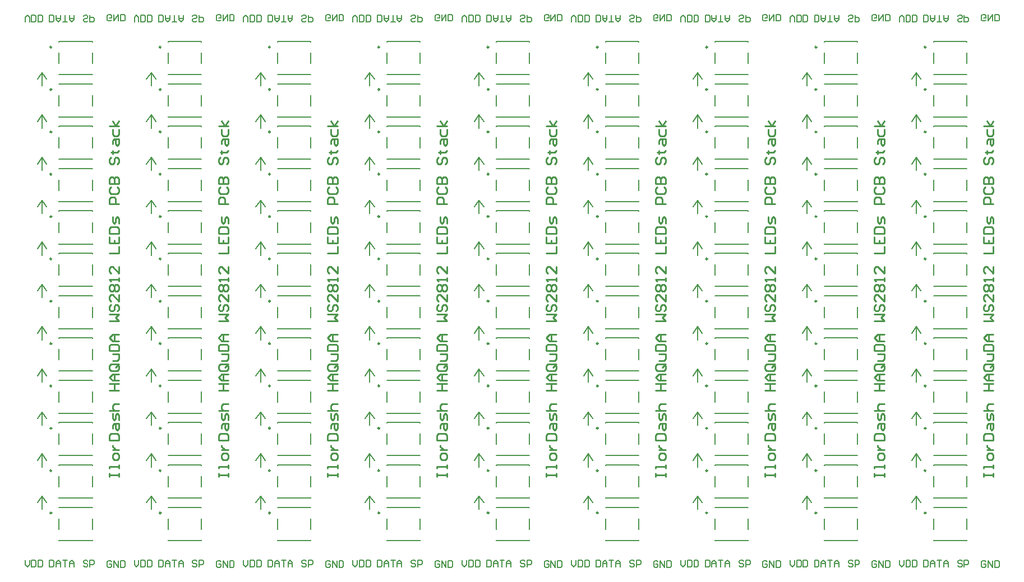
<source format=gto>
G04*
G04 #@! TF.GenerationSoftware,Altium Limited,Altium Designer,21.7.2 (23)*
G04*
G04 Layer_Color=65535*
%FSLAX44Y44*%
%MOMM*%
G71*
G04*
G04 #@! TF.SameCoordinates,4EA3E7D4-8FC9-4B51-A035-DBAEA2916729*
G04*
G04*
G04 #@! TF.FilePolarity,Positive*
G04*
G01*
G75*
%ADD21C,0.2500*%
%ADD22C,0.2000*%
D21*
X48250Y144500D02*
G03*
X48250Y144500I-1250J0D01*
G01*
Y848500D02*
G03*
X48250Y848500I-1250J0D01*
G01*
Y528500D02*
G03*
X48250Y528500I-1250J0D01*
G01*
Y464500D02*
G03*
X48250Y464500I-1250J0D01*
G01*
Y400500D02*
G03*
X48250Y400500I-1250J0D01*
G01*
Y592500D02*
G03*
X48250Y592500I-1250J0D01*
G01*
Y336500D02*
G03*
X48250Y336500I-1250J0D01*
G01*
Y720500D02*
G03*
X48250Y720500I-1250J0D01*
G01*
Y656500D02*
G03*
X48250Y656500I-1250J0D01*
G01*
Y784500D02*
G03*
X48250Y784500I-1250J0D01*
G01*
Y208500D02*
G03*
X48250Y208500I-1250J0D01*
G01*
Y272500D02*
G03*
X48250Y272500I-1250J0D01*
G01*
X135005Y199500D02*
Y204498D01*
Y201999D01*
X150000D01*
Y199500D01*
Y204498D01*
Y211996D02*
Y216994D01*
Y214495D01*
X135005D01*
Y211996D01*
X150000Y226991D02*
Y231989D01*
X147501Y234489D01*
X142502D01*
X140003Y231989D01*
Y226991D01*
X142502Y224492D01*
X147501D01*
X150000Y226991D01*
X140003Y239487D02*
X150000D01*
X145002D01*
X142502Y241986D01*
X140003Y244485D01*
Y246985D01*
X135005Y254482D02*
X150000D01*
Y261980D01*
X147501Y264479D01*
X137504D01*
X135005Y261980D01*
Y254482D01*
X140003Y271977D02*
Y276975D01*
X142502Y279474D01*
X150000D01*
Y271977D01*
X147501Y269477D01*
X145002Y271977D01*
Y279474D01*
X150000Y284473D02*
Y291970D01*
X147501Y294469D01*
X145002Y291970D01*
Y286972D01*
X142502Y284473D01*
X140003Y286972D01*
Y294469D01*
X135005Y299468D02*
X150000D01*
X142502D01*
X140003Y301967D01*
Y306965D01*
X142502Y309464D01*
X150000D01*
X135005Y329458D02*
X150000D01*
X142502D01*
Y339455D01*
X135005D01*
X150000D01*
Y344453D02*
X140003D01*
X135005Y349451D01*
X140003Y354450D01*
X150000D01*
X142502D01*
Y344453D01*
X147501Y369445D02*
X137504D01*
X135005Y366946D01*
Y361947D01*
X137504Y359448D01*
X147501D01*
X150000Y361947D01*
Y366946D01*
X145002Y364447D02*
X150000Y369445D01*
Y366946D02*
X147501Y369445D01*
X140003Y374443D02*
X147501D01*
X150000Y376943D01*
Y384440D01*
X140003D01*
X135005Y389439D02*
X150000D01*
Y396936D01*
X147501Y399435D01*
X137504D01*
X135005Y396936D01*
Y389439D01*
X150000Y404434D02*
X140003D01*
X135005Y409432D01*
X140003Y414430D01*
X150000D01*
X142502D01*
Y404434D01*
X135005Y434424D02*
X150000D01*
X145002Y439422D01*
X150000Y444421D01*
X135005D01*
X137504Y459416D02*
X135005Y456917D01*
Y451918D01*
X137504Y449419D01*
X140003D01*
X142502Y451918D01*
Y456917D01*
X145002Y459416D01*
X147501D01*
X150000Y456917D01*
Y451918D01*
X147501Y449419D01*
X150000Y474411D02*
Y464414D01*
X140003Y474411D01*
X137504D01*
X135005Y471912D01*
Y466913D01*
X137504Y464414D01*
Y479409D02*
X135005Y481909D01*
Y486907D01*
X137504Y489406D01*
X140003D01*
X142502Y486907D01*
X145002Y489406D01*
X147501D01*
X150000Y486907D01*
Y481909D01*
X147501Y479409D01*
X145002D01*
X142502Y481909D01*
X140003Y479409D01*
X137504D01*
X142502Y481909D02*
Y486907D01*
X150000Y494404D02*
Y499403D01*
Y496904D01*
X135005D01*
X137504Y494404D01*
X150000Y516897D02*
Y506900D01*
X140003Y516897D01*
X137504D01*
X135005Y514398D01*
Y509400D01*
X137504Y506900D01*
X135005Y536891D02*
X150000D01*
Y546888D01*
X135005Y561883D02*
Y551886D01*
X150000D01*
Y561883D01*
X142502Y551886D02*
Y556884D01*
X135005Y566881D02*
X150000D01*
Y574379D01*
X147501Y576878D01*
X137504D01*
X135005Y574379D01*
Y566881D01*
X150000Y581876D02*
Y589374D01*
X147501Y591873D01*
X145002Y589374D01*
Y584375D01*
X142502Y581876D01*
X140003Y584375D01*
Y591873D01*
X150000Y611866D02*
X135005D01*
Y619364D01*
X137504Y621863D01*
X142502D01*
X145002Y619364D01*
Y611866D01*
X137504Y636858D02*
X135005Y634359D01*
Y629361D01*
X137504Y626862D01*
X147501D01*
X150000Y629361D01*
Y634359D01*
X147501Y636858D01*
X135005Y641857D02*
X150000D01*
Y649354D01*
X147501Y651853D01*
X145002D01*
X142502Y649354D01*
Y641857D01*
Y649354D01*
X140003Y651853D01*
X137504D01*
X135005Y649354D01*
Y641857D01*
X137504Y681844D02*
X135005Y679345D01*
Y674346D01*
X137504Y671847D01*
X140003D01*
X142502Y674346D01*
Y679345D01*
X145002Y681844D01*
X147501D01*
X150000Y679345D01*
Y674346D01*
X147501Y671847D01*
X137504Y689341D02*
X140003D01*
Y686842D01*
Y691841D01*
Y689341D01*
X147501D01*
X150000Y691841D01*
X140003Y701837D02*
Y706836D01*
X142502Y709335D01*
X150000D01*
Y701837D01*
X147501Y699338D01*
X145002Y701837D01*
Y709335D01*
X140003Y724330D02*
Y716833D01*
X142502Y714333D01*
X147501D01*
X150000Y716833D01*
Y724330D01*
Y729329D02*
X135005D01*
X145002D02*
X140003Y736826D01*
X145002Y729329D02*
X150000Y736826D01*
X213250Y144500D02*
G03*
X213250Y144500I-1250J0D01*
G01*
Y848500D02*
G03*
X213250Y848500I-1250J0D01*
G01*
Y528500D02*
G03*
X213250Y528500I-1250J0D01*
G01*
Y464500D02*
G03*
X213250Y464500I-1250J0D01*
G01*
Y400500D02*
G03*
X213250Y400500I-1250J0D01*
G01*
Y592500D02*
G03*
X213250Y592500I-1250J0D01*
G01*
Y336500D02*
G03*
X213250Y336500I-1250J0D01*
G01*
Y720500D02*
G03*
X213250Y720500I-1250J0D01*
G01*
Y656500D02*
G03*
X213250Y656500I-1250J0D01*
G01*
Y784500D02*
G03*
X213250Y784500I-1250J0D01*
G01*
Y208500D02*
G03*
X213250Y208500I-1250J0D01*
G01*
Y272500D02*
G03*
X213250Y272500I-1250J0D01*
G01*
X300005Y199500D02*
Y204498D01*
Y201999D01*
X315000D01*
Y199500D01*
Y204498D01*
Y211996D02*
Y216994D01*
Y214495D01*
X300005D01*
Y211996D01*
X315000Y226991D02*
Y231989D01*
X312501Y234489D01*
X307502D01*
X305003Y231989D01*
Y226991D01*
X307502Y224492D01*
X312501D01*
X315000Y226991D01*
X305003Y239487D02*
X315000D01*
X310002D01*
X307502Y241986D01*
X305003Y244485D01*
Y246985D01*
X300005Y254482D02*
X315000D01*
Y261980D01*
X312501Y264479D01*
X302504D01*
X300005Y261980D01*
Y254482D01*
X305003Y271977D02*
Y276975D01*
X307502Y279474D01*
X315000D01*
Y271977D01*
X312501Y269477D01*
X310002Y271977D01*
Y279474D01*
X315000Y284473D02*
Y291970D01*
X312501Y294469D01*
X310002Y291970D01*
Y286972D01*
X307502Y284473D01*
X305003Y286972D01*
Y294469D01*
X300005Y299468D02*
X315000D01*
X307502D01*
X305003Y301967D01*
Y306965D01*
X307502Y309464D01*
X315000D01*
X300005Y329458D02*
X315000D01*
X307502D01*
Y339455D01*
X300005D01*
X315000D01*
Y344453D02*
X305003D01*
X300005Y349451D01*
X305003Y354450D01*
X315000D01*
X307502D01*
Y344453D01*
X312501Y369445D02*
X302504D01*
X300005Y366946D01*
Y361947D01*
X302504Y359448D01*
X312501D01*
X315000Y361947D01*
Y366946D01*
X310002Y364447D02*
X315000Y369445D01*
Y366946D02*
X312501Y369445D01*
X305003Y374443D02*
X312501D01*
X315000Y376943D01*
Y384440D01*
X305003D01*
X300005Y389439D02*
X315000D01*
Y396936D01*
X312501Y399435D01*
X302504D01*
X300005Y396936D01*
Y389439D01*
X315000Y404434D02*
X305003D01*
X300005Y409432D01*
X305003Y414430D01*
X315000D01*
X307502D01*
Y404434D01*
X300005Y434424D02*
X315000D01*
X310002Y439422D01*
X315000Y444421D01*
X300005D01*
X302504Y459416D02*
X300005Y456917D01*
Y451918D01*
X302504Y449419D01*
X305003D01*
X307502Y451918D01*
Y456917D01*
X310002Y459416D01*
X312501D01*
X315000Y456917D01*
Y451918D01*
X312501Y449419D01*
X315000Y474411D02*
Y464414D01*
X305003Y474411D01*
X302504D01*
X300005Y471912D01*
Y466913D01*
X302504Y464414D01*
Y479409D02*
X300005Y481909D01*
Y486907D01*
X302504Y489406D01*
X305003D01*
X307502Y486907D01*
X310002Y489406D01*
X312501D01*
X315000Y486907D01*
Y481909D01*
X312501Y479409D01*
X310002D01*
X307502Y481909D01*
X305003Y479409D01*
X302504D01*
X307502Y481909D02*
Y486907D01*
X315000Y494404D02*
Y499403D01*
Y496904D01*
X300005D01*
X302504Y494404D01*
X315000Y516897D02*
Y506900D01*
X305003Y516897D01*
X302504D01*
X300005Y514398D01*
Y509400D01*
X302504Y506900D01*
X300005Y536891D02*
X315000D01*
Y546888D01*
X300005Y561883D02*
Y551886D01*
X315000D01*
Y561883D01*
X307502Y551886D02*
Y556884D01*
X300005Y566881D02*
X315000D01*
Y574379D01*
X312501Y576878D01*
X302504D01*
X300005Y574379D01*
Y566881D01*
X315000Y581876D02*
Y589374D01*
X312501Y591873D01*
X310002Y589374D01*
Y584375D01*
X307502Y581876D01*
X305003Y584375D01*
Y591873D01*
X315000Y611866D02*
X300005D01*
Y619364D01*
X302504Y621863D01*
X307502D01*
X310002Y619364D01*
Y611866D01*
X302504Y636858D02*
X300005Y634359D01*
Y629361D01*
X302504Y626862D01*
X312501D01*
X315000Y629361D01*
Y634359D01*
X312501Y636858D01*
X300005Y641857D02*
X315000D01*
Y649354D01*
X312501Y651853D01*
X310002D01*
X307502Y649354D01*
Y641857D01*
Y649354D01*
X305003Y651853D01*
X302504D01*
X300005Y649354D01*
Y641857D01*
X302504Y681844D02*
X300005Y679345D01*
Y674346D01*
X302504Y671847D01*
X305003D01*
X307502Y674346D01*
Y679345D01*
X310002Y681844D01*
X312501D01*
X315000Y679345D01*
Y674346D01*
X312501Y671847D01*
X302504Y689341D02*
X305003D01*
Y686842D01*
Y691841D01*
Y689341D01*
X312501D01*
X315000Y691841D01*
X305003Y701837D02*
Y706836D01*
X307502Y709335D01*
X315000D01*
Y701837D01*
X312501Y699338D01*
X310002Y701837D01*
Y709335D01*
X305003Y724330D02*
Y716833D01*
X307502Y714333D01*
X312501D01*
X315000Y716833D01*
Y724330D01*
Y729329D02*
X300005D01*
X310002D02*
X305003Y736826D01*
X310002Y729329D02*
X315000Y736826D01*
X378250Y144500D02*
G03*
X378250Y144500I-1250J0D01*
G01*
Y848500D02*
G03*
X378250Y848500I-1250J0D01*
G01*
Y528500D02*
G03*
X378250Y528500I-1250J0D01*
G01*
Y464500D02*
G03*
X378250Y464500I-1250J0D01*
G01*
Y400500D02*
G03*
X378250Y400500I-1250J0D01*
G01*
Y592500D02*
G03*
X378250Y592500I-1250J0D01*
G01*
Y336500D02*
G03*
X378250Y336500I-1250J0D01*
G01*
Y720500D02*
G03*
X378250Y720500I-1250J0D01*
G01*
Y656500D02*
G03*
X378250Y656500I-1250J0D01*
G01*
Y784500D02*
G03*
X378250Y784500I-1250J0D01*
G01*
Y208500D02*
G03*
X378250Y208500I-1250J0D01*
G01*
Y272500D02*
G03*
X378250Y272500I-1250J0D01*
G01*
X465005Y199500D02*
Y204498D01*
Y201999D01*
X480000D01*
Y199500D01*
Y204498D01*
Y211996D02*
Y216994D01*
Y214495D01*
X465005D01*
Y211996D01*
X480000Y226991D02*
Y231989D01*
X477501Y234489D01*
X472503D01*
X470003Y231989D01*
Y226991D01*
X472503Y224492D01*
X477501D01*
X480000Y226991D01*
X470003Y239487D02*
X480000D01*
X475002D01*
X472503Y241986D01*
X470003Y244485D01*
Y246985D01*
X465005Y254482D02*
X480000D01*
Y261980D01*
X477501Y264479D01*
X467504D01*
X465005Y261980D01*
Y254482D01*
X470003Y271977D02*
Y276975D01*
X472503Y279474D01*
X480000D01*
Y271977D01*
X477501Y269477D01*
X475002Y271977D01*
Y279474D01*
X480000Y284473D02*
Y291970D01*
X477501Y294469D01*
X475002Y291970D01*
Y286972D01*
X472503Y284473D01*
X470003Y286972D01*
Y294469D01*
X465005Y299468D02*
X480000D01*
X472503D01*
X470003Y301967D01*
Y306965D01*
X472503Y309464D01*
X480000D01*
X465005Y329458D02*
X480000D01*
X472503D01*
Y339455D01*
X465005D01*
X480000D01*
Y344453D02*
X470003D01*
X465005Y349451D01*
X470003Y354450D01*
X480000D01*
X472503D01*
Y344453D01*
X477501Y369445D02*
X467504D01*
X465005Y366946D01*
Y361947D01*
X467504Y359448D01*
X477501D01*
X480000Y361947D01*
Y366946D01*
X475002Y364447D02*
X480000Y369445D01*
Y366946D02*
X477501Y369445D01*
X470003Y374443D02*
X477501D01*
X480000Y376943D01*
Y384440D01*
X470003D01*
X465005Y389439D02*
X480000D01*
Y396936D01*
X477501Y399435D01*
X467504D01*
X465005Y396936D01*
Y389439D01*
X480000Y404434D02*
X470003D01*
X465005Y409432D01*
X470003Y414430D01*
X480000D01*
X472503D01*
Y404434D01*
X465005Y434424D02*
X480000D01*
X475002Y439422D01*
X480000Y444421D01*
X465005D01*
X467504Y459416D02*
X465005Y456917D01*
Y451918D01*
X467504Y449419D01*
X470003D01*
X472503Y451918D01*
Y456917D01*
X475002Y459416D01*
X477501D01*
X480000Y456917D01*
Y451918D01*
X477501Y449419D01*
X480000Y474411D02*
Y464414D01*
X470003Y474411D01*
X467504D01*
X465005Y471912D01*
Y466913D01*
X467504Y464414D01*
Y479409D02*
X465005Y481909D01*
Y486907D01*
X467504Y489406D01*
X470003D01*
X472503Y486907D01*
X475002Y489406D01*
X477501D01*
X480000Y486907D01*
Y481909D01*
X477501Y479409D01*
X475002D01*
X472503Y481909D01*
X470003Y479409D01*
X467504D01*
X472503Y481909D02*
Y486907D01*
X480000Y494404D02*
Y499403D01*
Y496904D01*
X465005D01*
X467504Y494404D01*
X480000Y516897D02*
Y506900D01*
X470003Y516897D01*
X467504D01*
X465005Y514398D01*
Y509400D01*
X467504Y506900D01*
X465005Y536891D02*
X480000D01*
Y546888D01*
X465005Y561883D02*
Y551886D01*
X480000D01*
Y561883D01*
X472503Y551886D02*
Y556884D01*
X465005Y566881D02*
X480000D01*
Y574379D01*
X477501Y576878D01*
X467504D01*
X465005Y574379D01*
Y566881D01*
X480000Y581876D02*
Y589374D01*
X477501Y591873D01*
X475002Y589374D01*
Y584375D01*
X472503Y581876D01*
X470003Y584375D01*
Y591873D01*
X480000Y611866D02*
X465005D01*
Y619364D01*
X467504Y621863D01*
X472503D01*
X475002Y619364D01*
Y611866D01*
X467504Y636858D02*
X465005Y634359D01*
Y629361D01*
X467504Y626862D01*
X477501D01*
X480000Y629361D01*
Y634359D01*
X477501Y636858D01*
X465005Y641857D02*
X480000D01*
Y649354D01*
X477501Y651853D01*
X475002D01*
X472503Y649354D01*
Y641857D01*
Y649354D01*
X470003Y651853D01*
X467504D01*
X465005Y649354D01*
Y641857D01*
X467504Y681844D02*
X465005Y679345D01*
Y674346D01*
X467504Y671847D01*
X470003D01*
X472503Y674346D01*
Y679345D01*
X475002Y681844D01*
X477501D01*
X480000Y679345D01*
Y674346D01*
X477501Y671847D01*
X467504Y689341D02*
X470003D01*
Y686842D01*
Y691841D01*
Y689341D01*
X477501D01*
X480000Y691841D01*
X470003Y701837D02*
Y706836D01*
X472503Y709335D01*
X480000D01*
Y701837D01*
X477501Y699338D01*
X475002Y701837D01*
Y709335D01*
X470003Y724330D02*
Y716833D01*
X472503Y714333D01*
X477501D01*
X480000Y716833D01*
Y724330D01*
Y729329D02*
X465005D01*
X475002D02*
X470003Y736826D01*
X475002Y729329D02*
X480000Y736826D01*
X543250Y144500D02*
G03*
X543250Y144500I-1250J0D01*
G01*
Y848500D02*
G03*
X543250Y848500I-1250J0D01*
G01*
Y528500D02*
G03*
X543250Y528500I-1250J0D01*
G01*
Y464500D02*
G03*
X543250Y464500I-1250J0D01*
G01*
Y400500D02*
G03*
X543250Y400500I-1250J0D01*
G01*
Y592500D02*
G03*
X543250Y592500I-1250J0D01*
G01*
Y336500D02*
G03*
X543250Y336500I-1250J0D01*
G01*
Y720500D02*
G03*
X543250Y720500I-1250J0D01*
G01*
Y656500D02*
G03*
X543250Y656500I-1250J0D01*
G01*
Y784500D02*
G03*
X543250Y784500I-1250J0D01*
G01*
Y208500D02*
G03*
X543250Y208500I-1250J0D01*
G01*
Y272500D02*
G03*
X543250Y272500I-1250J0D01*
G01*
X630005Y199500D02*
Y204498D01*
Y201999D01*
X645000D01*
Y199500D01*
Y204498D01*
Y211996D02*
Y216994D01*
Y214495D01*
X630005D01*
Y211996D01*
X645000Y226991D02*
Y231989D01*
X642501Y234489D01*
X637503D01*
X635003Y231989D01*
Y226991D01*
X637503Y224492D01*
X642501D01*
X645000Y226991D01*
X635003Y239487D02*
X645000D01*
X640002D01*
X637503Y241986D01*
X635003Y244485D01*
Y246985D01*
X630005Y254482D02*
X645000D01*
Y261980D01*
X642501Y264479D01*
X632504D01*
X630005Y261980D01*
Y254482D01*
X635003Y271977D02*
Y276975D01*
X637503Y279474D01*
X645000D01*
Y271977D01*
X642501Y269477D01*
X640002Y271977D01*
Y279474D01*
X645000Y284473D02*
Y291970D01*
X642501Y294469D01*
X640002Y291970D01*
Y286972D01*
X637503Y284473D01*
X635003Y286972D01*
Y294469D01*
X630005Y299468D02*
X645000D01*
X637503D01*
X635003Y301967D01*
Y306965D01*
X637503Y309464D01*
X645000D01*
X630005Y329458D02*
X645000D01*
X637503D01*
Y339455D01*
X630005D01*
X645000D01*
Y344453D02*
X635003D01*
X630005Y349451D01*
X635003Y354450D01*
X645000D01*
X637503D01*
Y344453D01*
X642501Y369445D02*
X632504D01*
X630005Y366946D01*
Y361947D01*
X632504Y359448D01*
X642501D01*
X645000Y361947D01*
Y366946D01*
X640002Y364447D02*
X645000Y369445D01*
Y366946D02*
X642501Y369445D01*
X635003Y374443D02*
X642501D01*
X645000Y376943D01*
Y384440D01*
X635003D01*
X630005Y389439D02*
X645000D01*
Y396936D01*
X642501Y399435D01*
X632504D01*
X630005Y396936D01*
Y389439D01*
X645000Y404434D02*
X635003D01*
X630005Y409432D01*
X635003Y414430D01*
X645000D01*
X637503D01*
Y404434D01*
X630005Y434424D02*
X645000D01*
X640002Y439422D01*
X645000Y444421D01*
X630005D01*
X632504Y459416D02*
X630005Y456917D01*
Y451918D01*
X632504Y449419D01*
X635003D01*
X637503Y451918D01*
Y456917D01*
X640002Y459416D01*
X642501D01*
X645000Y456917D01*
Y451918D01*
X642501Y449419D01*
X645000Y474411D02*
Y464414D01*
X635003Y474411D01*
X632504D01*
X630005Y471912D01*
Y466913D01*
X632504Y464414D01*
Y479409D02*
X630005Y481909D01*
Y486907D01*
X632504Y489406D01*
X635003D01*
X637503Y486907D01*
X640002Y489406D01*
X642501D01*
X645000Y486907D01*
Y481909D01*
X642501Y479409D01*
X640002D01*
X637503Y481909D01*
X635003Y479409D01*
X632504D01*
X637503Y481909D02*
Y486907D01*
X645000Y494404D02*
Y499403D01*
Y496904D01*
X630005D01*
X632504Y494404D01*
X645000Y516897D02*
Y506900D01*
X635003Y516897D01*
X632504D01*
X630005Y514398D01*
Y509400D01*
X632504Y506900D01*
X630005Y536891D02*
X645000D01*
Y546888D01*
X630005Y561883D02*
Y551886D01*
X645000D01*
Y561883D01*
X637503Y551886D02*
Y556884D01*
X630005Y566881D02*
X645000D01*
Y574379D01*
X642501Y576878D01*
X632504D01*
X630005Y574379D01*
Y566881D01*
X645000Y581876D02*
Y589374D01*
X642501Y591873D01*
X640002Y589374D01*
Y584375D01*
X637503Y581876D01*
X635003Y584375D01*
Y591873D01*
X645000Y611866D02*
X630005D01*
Y619364D01*
X632504Y621863D01*
X637503D01*
X640002Y619364D01*
Y611866D01*
X632504Y636858D02*
X630005Y634359D01*
Y629361D01*
X632504Y626862D01*
X642501D01*
X645000Y629361D01*
Y634359D01*
X642501Y636858D01*
X630005Y641857D02*
X645000D01*
Y649354D01*
X642501Y651853D01*
X640002D01*
X637503Y649354D01*
Y641857D01*
Y649354D01*
X635003Y651853D01*
X632504D01*
X630005Y649354D01*
Y641857D01*
X632504Y681844D02*
X630005Y679345D01*
Y674346D01*
X632504Y671847D01*
X635003D01*
X637503Y674346D01*
Y679345D01*
X640002Y681844D01*
X642501D01*
X645000Y679345D01*
Y674346D01*
X642501Y671847D01*
X632504Y689341D02*
X635003D01*
Y686842D01*
Y691841D01*
Y689341D01*
X642501D01*
X645000Y691841D01*
X635003Y701837D02*
Y706836D01*
X637503Y709335D01*
X645000D01*
Y701837D01*
X642501Y699338D01*
X640002Y701837D01*
Y709335D01*
X635003Y724330D02*
Y716833D01*
X637503Y714333D01*
X642501D01*
X645000Y716833D01*
Y724330D01*
Y729329D02*
X630005D01*
X640002D02*
X635003Y736826D01*
X640002Y729329D02*
X645000Y736826D01*
X708250Y144500D02*
G03*
X708250Y144500I-1250J0D01*
G01*
Y848500D02*
G03*
X708250Y848500I-1250J0D01*
G01*
Y528500D02*
G03*
X708250Y528500I-1250J0D01*
G01*
Y464500D02*
G03*
X708250Y464500I-1250J0D01*
G01*
Y400500D02*
G03*
X708250Y400500I-1250J0D01*
G01*
Y592500D02*
G03*
X708250Y592500I-1250J0D01*
G01*
Y336500D02*
G03*
X708250Y336500I-1250J0D01*
G01*
Y720500D02*
G03*
X708250Y720500I-1250J0D01*
G01*
Y656500D02*
G03*
X708250Y656500I-1250J0D01*
G01*
Y784500D02*
G03*
X708250Y784500I-1250J0D01*
G01*
Y208500D02*
G03*
X708250Y208500I-1250J0D01*
G01*
Y272500D02*
G03*
X708250Y272500I-1250J0D01*
G01*
X795005Y199500D02*
Y204498D01*
Y201999D01*
X810000D01*
Y199500D01*
Y204498D01*
Y211996D02*
Y216994D01*
Y214495D01*
X795005D01*
Y211996D01*
X810000Y226991D02*
Y231989D01*
X807501Y234489D01*
X802503D01*
X800003Y231989D01*
Y226991D01*
X802503Y224492D01*
X807501D01*
X810000Y226991D01*
X800003Y239487D02*
X810000D01*
X805002D01*
X802503Y241986D01*
X800003Y244485D01*
Y246985D01*
X795005Y254482D02*
X810000D01*
Y261980D01*
X807501Y264479D01*
X797504D01*
X795005Y261980D01*
Y254482D01*
X800003Y271977D02*
Y276975D01*
X802503Y279474D01*
X810000D01*
Y271977D01*
X807501Y269477D01*
X805002Y271977D01*
Y279474D01*
X810000Y284473D02*
Y291970D01*
X807501Y294469D01*
X805002Y291970D01*
Y286972D01*
X802503Y284473D01*
X800003Y286972D01*
Y294469D01*
X795005Y299468D02*
X810000D01*
X802503D01*
X800003Y301967D01*
Y306965D01*
X802503Y309464D01*
X810000D01*
X795005Y329458D02*
X810000D01*
X802503D01*
Y339455D01*
X795005D01*
X810000D01*
Y344453D02*
X800003D01*
X795005Y349451D01*
X800003Y354450D01*
X810000D01*
X802503D01*
Y344453D01*
X807501Y369445D02*
X797504D01*
X795005Y366946D01*
Y361947D01*
X797504Y359448D01*
X807501D01*
X810000Y361947D01*
Y366946D01*
X805002Y364447D02*
X810000Y369445D01*
Y366946D02*
X807501Y369445D01*
X800003Y374443D02*
X807501D01*
X810000Y376943D01*
Y384440D01*
X800003D01*
X795005Y389439D02*
X810000D01*
Y396936D01*
X807501Y399435D01*
X797504D01*
X795005Y396936D01*
Y389439D01*
X810000Y404434D02*
X800003D01*
X795005Y409432D01*
X800003Y414430D01*
X810000D01*
X802503D01*
Y404434D01*
X795005Y434424D02*
X810000D01*
X805002Y439422D01*
X810000Y444421D01*
X795005D01*
X797504Y459416D02*
X795005Y456917D01*
Y451918D01*
X797504Y449419D01*
X800003D01*
X802503Y451918D01*
Y456917D01*
X805002Y459416D01*
X807501D01*
X810000Y456917D01*
Y451918D01*
X807501Y449419D01*
X810000Y474411D02*
Y464414D01*
X800003Y474411D01*
X797504D01*
X795005Y471912D01*
Y466913D01*
X797504Y464414D01*
Y479409D02*
X795005Y481909D01*
Y486907D01*
X797504Y489406D01*
X800003D01*
X802503Y486907D01*
X805002Y489406D01*
X807501D01*
X810000Y486907D01*
Y481909D01*
X807501Y479409D01*
X805002D01*
X802503Y481909D01*
X800003Y479409D01*
X797504D01*
X802503Y481909D02*
Y486907D01*
X810000Y494404D02*
Y499403D01*
Y496904D01*
X795005D01*
X797504Y494404D01*
X810000Y516897D02*
Y506900D01*
X800003Y516897D01*
X797504D01*
X795005Y514398D01*
Y509400D01*
X797504Y506900D01*
X795005Y536891D02*
X810000D01*
Y546888D01*
X795005Y561883D02*
Y551886D01*
X810000D01*
Y561883D01*
X802503Y551886D02*
Y556884D01*
X795005Y566881D02*
X810000D01*
Y574379D01*
X807501Y576878D01*
X797504D01*
X795005Y574379D01*
Y566881D01*
X810000Y581876D02*
Y589374D01*
X807501Y591873D01*
X805002Y589374D01*
Y584375D01*
X802503Y581876D01*
X800003Y584375D01*
Y591873D01*
X810000Y611866D02*
X795005D01*
Y619364D01*
X797504Y621863D01*
X802503D01*
X805002Y619364D01*
Y611866D01*
X797504Y636858D02*
X795005Y634359D01*
Y629361D01*
X797504Y626862D01*
X807501D01*
X810000Y629361D01*
Y634359D01*
X807501Y636858D01*
X795005Y641857D02*
X810000D01*
Y649354D01*
X807501Y651853D01*
X805002D01*
X802503Y649354D01*
Y641857D01*
Y649354D01*
X800003Y651853D01*
X797504D01*
X795005Y649354D01*
Y641857D01*
X797504Y681844D02*
X795005Y679345D01*
Y674346D01*
X797504Y671847D01*
X800003D01*
X802503Y674346D01*
Y679345D01*
X805002Y681844D01*
X807501D01*
X810000Y679345D01*
Y674346D01*
X807501Y671847D01*
X797504Y689341D02*
X800003D01*
Y686842D01*
Y691841D01*
Y689341D01*
X807501D01*
X810000Y691841D01*
X800003Y701837D02*
Y706836D01*
X802503Y709335D01*
X810000D01*
Y701837D01*
X807501Y699338D01*
X805002Y701837D01*
Y709335D01*
X800003Y724330D02*
Y716833D01*
X802503Y714333D01*
X807501D01*
X810000Y716833D01*
Y724330D01*
Y729329D02*
X795005D01*
X805002D02*
X800003Y736826D01*
X805002Y729329D02*
X810000Y736826D01*
X873250Y144500D02*
G03*
X873250Y144500I-1250J0D01*
G01*
Y848500D02*
G03*
X873250Y848500I-1250J0D01*
G01*
Y528500D02*
G03*
X873250Y528500I-1250J0D01*
G01*
Y464500D02*
G03*
X873250Y464500I-1250J0D01*
G01*
Y400500D02*
G03*
X873250Y400500I-1250J0D01*
G01*
Y592500D02*
G03*
X873250Y592500I-1250J0D01*
G01*
Y336500D02*
G03*
X873250Y336500I-1250J0D01*
G01*
Y720500D02*
G03*
X873250Y720500I-1250J0D01*
G01*
Y656500D02*
G03*
X873250Y656500I-1250J0D01*
G01*
Y784500D02*
G03*
X873250Y784500I-1250J0D01*
G01*
Y208500D02*
G03*
X873250Y208500I-1250J0D01*
G01*
Y272500D02*
G03*
X873250Y272500I-1250J0D01*
G01*
X960005Y199500D02*
Y204498D01*
Y201999D01*
X975000D01*
Y199500D01*
Y204498D01*
Y211996D02*
Y216994D01*
Y214495D01*
X960005D01*
Y211996D01*
X975000Y226991D02*
Y231989D01*
X972501Y234489D01*
X967503D01*
X965003Y231989D01*
Y226991D01*
X967503Y224492D01*
X972501D01*
X975000Y226991D01*
X965003Y239487D02*
X975000D01*
X970002D01*
X967503Y241986D01*
X965003Y244485D01*
Y246985D01*
X960005Y254482D02*
X975000D01*
Y261980D01*
X972501Y264479D01*
X962504D01*
X960005Y261980D01*
Y254482D01*
X965003Y271977D02*
Y276975D01*
X967503Y279474D01*
X975000D01*
Y271977D01*
X972501Y269477D01*
X970002Y271977D01*
Y279474D01*
X975000Y284473D02*
Y291970D01*
X972501Y294469D01*
X970002Y291970D01*
Y286972D01*
X967503Y284473D01*
X965003Y286972D01*
Y294469D01*
X960005Y299468D02*
X975000D01*
X967503D01*
X965003Y301967D01*
Y306965D01*
X967503Y309464D01*
X975000D01*
X960005Y329458D02*
X975000D01*
X967503D01*
Y339455D01*
X960005D01*
X975000D01*
Y344453D02*
X965003D01*
X960005Y349451D01*
X965003Y354450D01*
X975000D01*
X967503D01*
Y344453D01*
X972501Y369445D02*
X962504D01*
X960005Y366946D01*
Y361947D01*
X962504Y359448D01*
X972501D01*
X975000Y361947D01*
Y366946D01*
X970002Y364447D02*
X975000Y369445D01*
Y366946D02*
X972501Y369445D01*
X965003Y374443D02*
X972501D01*
X975000Y376943D01*
Y384440D01*
X965003D01*
X960005Y389439D02*
X975000D01*
Y396936D01*
X972501Y399435D01*
X962504D01*
X960005Y396936D01*
Y389439D01*
X975000Y404434D02*
X965003D01*
X960005Y409432D01*
X965003Y414430D01*
X975000D01*
X967503D01*
Y404434D01*
X960005Y434424D02*
X975000D01*
X970002Y439422D01*
X975000Y444421D01*
X960005D01*
X962504Y459416D02*
X960005Y456917D01*
Y451918D01*
X962504Y449419D01*
X965003D01*
X967503Y451918D01*
Y456917D01*
X970002Y459416D01*
X972501D01*
X975000Y456917D01*
Y451918D01*
X972501Y449419D01*
X975000Y474411D02*
Y464414D01*
X965003Y474411D01*
X962504D01*
X960005Y471912D01*
Y466913D01*
X962504Y464414D01*
Y479409D02*
X960005Y481909D01*
Y486907D01*
X962504Y489406D01*
X965003D01*
X967503Y486907D01*
X970002Y489406D01*
X972501D01*
X975000Y486907D01*
Y481909D01*
X972501Y479409D01*
X970002D01*
X967503Y481909D01*
X965003Y479409D01*
X962504D01*
X967503Y481909D02*
Y486907D01*
X975000Y494404D02*
Y499403D01*
Y496904D01*
X960005D01*
X962504Y494404D01*
X975000Y516897D02*
Y506900D01*
X965003Y516897D01*
X962504D01*
X960005Y514398D01*
Y509400D01*
X962504Y506900D01*
X960005Y536891D02*
X975000D01*
Y546888D01*
X960005Y561883D02*
Y551886D01*
X975000D01*
Y561883D01*
X967503Y551886D02*
Y556884D01*
X960005Y566881D02*
X975000D01*
Y574379D01*
X972501Y576878D01*
X962504D01*
X960005Y574379D01*
Y566881D01*
X975000Y581876D02*
Y589374D01*
X972501Y591873D01*
X970002Y589374D01*
Y584375D01*
X967503Y581876D01*
X965003Y584375D01*
Y591873D01*
X975000Y611866D02*
X960005D01*
Y619364D01*
X962504Y621863D01*
X967503D01*
X970002Y619364D01*
Y611866D01*
X962504Y636858D02*
X960005Y634359D01*
Y629361D01*
X962504Y626862D01*
X972501D01*
X975000Y629361D01*
Y634359D01*
X972501Y636858D01*
X960005Y641857D02*
X975000D01*
Y649354D01*
X972501Y651853D01*
X970002D01*
X967503Y649354D01*
Y641857D01*
Y649354D01*
X965003Y651853D01*
X962504D01*
X960005Y649354D01*
Y641857D01*
X962504Y681844D02*
X960005Y679345D01*
Y674346D01*
X962504Y671847D01*
X965003D01*
X967503Y674346D01*
Y679345D01*
X970002Y681844D01*
X972501D01*
X975000Y679345D01*
Y674346D01*
X972501Y671847D01*
X962504Y689341D02*
X965003D01*
Y686842D01*
Y691841D01*
Y689341D01*
X972501D01*
X975000Y691841D01*
X965003Y701837D02*
Y706836D01*
X967503Y709335D01*
X975000D01*
Y701837D01*
X972501Y699338D01*
X970002Y701837D01*
Y709335D01*
X965003Y724330D02*
Y716833D01*
X967503Y714333D01*
X972501D01*
X975000Y716833D01*
Y724330D01*
Y729329D02*
X960005D01*
X970002D02*
X965003Y736826D01*
X970002Y729329D02*
X975000Y736826D01*
X1038250Y144500D02*
G03*
X1038250Y144500I-1250J0D01*
G01*
Y848500D02*
G03*
X1038250Y848500I-1250J0D01*
G01*
Y528500D02*
G03*
X1038250Y528500I-1250J0D01*
G01*
Y464500D02*
G03*
X1038250Y464500I-1250J0D01*
G01*
Y400500D02*
G03*
X1038250Y400500I-1250J0D01*
G01*
Y592500D02*
G03*
X1038250Y592500I-1250J0D01*
G01*
Y336500D02*
G03*
X1038250Y336500I-1250J0D01*
G01*
Y720500D02*
G03*
X1038250Y720500I-1250J0D01*
G01*
Y656500D02*
G03*
X1038250Y656500I-1250J0D01*
G01*
Y784500D02*
G03*
X1038250Y784500I-1250J0D01*
G01*
Y208500D02*
G03*
X1038250Y208500I-1250J0D01*
G01*
Y272500D02*
G03*
X1038250Y272500I-1250J0D01*
G01*
X1125005Y199500D02*
Y204498D01*
Y201999D01*
X1140000D01*
Y199500D01*
Y204498D01*
Y211996D02*
Y216994D01*
Y214495D01*
X1125005D01*
Y211996D01*
X1140000Y226991D02*
Y231989D01*
X1137501Y234489D01*
X1132503D01*
X1130003Y231989D01*
Y226991D01*
X1132503Y224492D01*
X1137501D01*
X1140000Y226991D01*
X1130003Y239487D02*
X1140000D01*
X1135002D01*
X1132503Y241986D01*
X1130003Y244485D01*
Y246985D01*
X1125005Y254482D02*
X1140000D01*
Y261980D01*
X1137501Y264479D01*
X1127504D01*
X1125005Y261980D01*
Y254482D01*
X1130003Y271977D02*
Y276975D01*
X1132503Y279474D01*
X1140000D01*
Y271977D01*
X1137501Y269477D01*
X1135002Y271977D01*
Y279474D01*
X1140000Y284473D02*
Y291970D01*
X1137501Y294469D01*
X1135002Y291970D01*
Y286972D01*
X1132503Y284473D01*
X1130003Y286972D01*
Y294469D01*
X1125005Y299468D02*
X1140000D01*
X1132503D01*
X1130003Y301967D01*
Y306965D01*
X1132503Y309464D01*
X1140000D01*
X1125005Y329458D02*
X1140000D01*
X1132503D01*
Y339455D01*
X1125005D01*
X1140000D01*
Y344453D02*
X1130003D01*
X1125005Y349451D01*
X1130003Y354450D01*
X1140000D01*
X1132503D01*
Y344453D01*
X1137501Y369445D02*
X1127504D01*
X1125005Y366946D01*
Y361947D01*
X1127504Y359448D01*
X1137501D01*
X1140000Y361947D01*
Y366946D01*
X1135002Y364447D02*
X1140000Y369445D01*
Y366946D02*
X1137501Y369445D01*
X1130003Y374443D02*
X1137501D01*
X1140000Y376943D01*
Y384440D01*
X1130003D01*
X1125005Y389439D02*
X1140000D01*
Y396936D01*
X1137501Y399435D01*
X1127504D01*
X1125005Y396936D01*
Y389439D01*
X1140000Y404434D02*
X1130003D01*
X1125005Y409432D01*
X1130003Y414430D01*
X1140000D01*
X1132503D01*
Y404434D01*
X1125005Y434424D02*
X1140000D01*
X1135002Y439422D01*
X1140000Y444421D01*
X1125005D01*
X1127504Y459416D02*
X1125005Y456917D01*
Y451918D01*
X1127504Y449419D01*
X1130003D01*
X1132503Y451918D01*
Y456917D01*
X1135002Y459416D01*
X1137501D01*
X1140000Y456917D01*
Y451918D01*
X1137501Y449419D01*
X1140000Y474411D02*
Y464414D01*
X1130003Y474411D01*
X1127504D01*
X1125005Y471912D01*
Y466913D01*
X1127504Y464414D01*
Y479409D02*
X1125005Y481909D01*
Y486907D01*
X1127504Y489406D01*
X1130003D01*
X1132503Y486907D01*
X1135002Y489406D01*
X1137501D01*
X1140000Y486907D01*
Y481909D01*
X1137501Y479409D01*
X1135002D01*
X1132503Y481909D01*
X1130003Y479409D01*
X1127504D01*
X1132503Y481909D02*
Y486907D01*
X1140000Y494404D02*
Y499403D01*
Y496904D01*
X1125005D01*
X1127504Y494404D01*
X1140000Y516897D02*
Y506900D01*
X1130003Y516897D01*
X1127504D01*
X1125005Y514398D01*
Y509400D01*
X1127504Y506900D01*
X1125005Y536891D02*
X1140000D01*
Y546888D01*
X1125005Y561883D02*
Y551886D01*
X1140000D01*
Y561883D01*
X1132503Y551886D02*
Y556884D01*
X1125005Y566881D02*
X1140000D01*
Y574379D01*
X1137501Y576878D01*
X1127504D01*
X1125005Y574379D01*
Y566881D01*
X1140000Y581876D02*
Y589374D01*
X1137501Y591873D01*
X1135002Y589374D01*
Y584375D01*
X1132503Y581876D01*
X1130003Y584375D01*
Y591873D01*
X1140000Y611866D02*
X1125005D01*
Y619364D01*
X1127504Y621863D01*
X1132503D01*
X1135002Y619364D01*
Y611866D01*
X1127504Y636858D02*
X1125005Y634359D01*
Y629361D01*
X1127504Y626862D01*
X1137501D01*
X1140000Y629361D01*
Y634359D01*
X1137501Y636858D01*
X1125005Y641857D02*
X1140000D01*
Y649354D01*
X1137501Y651853D01*
X1135002D01*
X1132503Y649354D01*
Y641857D01*
Y649354D01*
X1130003Y651853D01*
X1127504D01*
X1125005Y649354D01*
Y641857D01*
X1127504Y681844D02*
X1125005Y679345D01*
Y674346D01*
X1127504Y671847D01*
X1130003D01*
X1132503Y674346D01*
Y679345D01*
X1135002Y681844D01*
X1137501D01*
X1140000Y679345D01*
Y674346D01*
X1137501Y671847D01*
X1127504Y689341D02*
X1130003D01*
Y686842D01*
Y691841D01*
Y689341D01*
X1137501D01*
X1140000Y691841D01*
X1130003Y701837D02*
Y706836D01*
X1132503Y709335D01*
X1140000D01*
Y701837D01*
X1137501Y699338D01*
X1135002Y701837D01*
Y709335D01*
X1130003Y724330D02*
Y716833D01*
X1132503Y714333D01*
X1137501D01*
X1140000Y716833D01*
Y724330D01*
Y729329D02*
X1125005D01*
X1135002D02*
X1130003Y736826D01*
X1135002Y729329D02*
X1140000Y736826D01*
X1203250Y144500D02*
G03*
X1203250Y144500I-1250J0D01*
G01*
Y848500D02*
G03*
X1203250Y848500I-1250J0D01*
G01*
Y528500D02*
G03*
X1203250Y528500I-1250J0D01*
G01*
Y464500D02*
G03*
X1203250Y464500I-1250J0D01*
G01*
Y400500D02*
G03*
X1203250Y400500I-1250J0D01*
G01*
Y592500D02*
G03*
X1203250Y592500I-1250J0D01*
G01*
Y336500D02*
G03*
X1203250Y336500I-1250J0D01*
G01*
Y720500D02*
G03*
X1203250Y720500I-1250J0D01*
G01*
Y656500D02*
G03*
X1203250Y656500I-1250J0D01*
G01*
Y784500D02*
G03*
X1203250Y784500I-1250J0D01*
G01*
Y208500D02*
G03*
X1203250Y208500I-1250J0D01*
G01*
Y272500D02*
G03*
X1203250Y272500I-1250J0D01*
G01*
X1290005Y199500D02*
Y204498D01*
Y201999D01*
X1305000D01*
Y199500D01*
Y204498D01*
Y211996D02*
Y216994D01*
Y214495D01*
X1290005D01*
Y211996D01*
X1305000Y226991D02*
Y231989D01*
X1302501Y234489D01*
X1297502D01*
X1295003Y231989D01*
Y226991D01*
X1297502Y224492D01*
X1302501D01*
X1305000Y226991D01*
X1295003Y239487D02*
X1305000D01*
X1300002D01*
X1297502Y241986D01*
X1295003Y244485D01*
Y246985D01*
X1290005Y254482D02*
X1305000D01*
Y261980D01*
X1302501Y264479D01*
X1292504D01*
X1290005Y261980D01*
Y254482D01*
X1295003Y271977D02*
Y276975D01*
X1297502Y279474D01*
X1305000D01*
Y271977D01*
X1302501Y269477D01*
X1300002Y271977D01*
Y279474D01*
X1305000Y284473D02*
Y291970D01*
X1302501Y294469D01*
X1300002Y291970D01*
Y286972D01*
X1297502Y284473D01*
X1295003Y286972D01*
Y294469D01*
X1290005Y299468D02*
X1305000D01*
X1297502D01*
X1295003Y301967D01*
Y306965D01*
X1297502Y309464D01*
X1305000D01*
X1290005Y329458D02*
X1305000D01*
X1297502D01*
Y339455D01*
X1290005D01*
X1305000D01*
Y344453D02*
X1295003D01*
X1290005Y349451D01*
X1295003Y354450D01*
X1305000D01*
X1297502D01*
Y344453D01*
X1302501Y369445D02*
X1292504D01*
X1290005Y366946D01*
Y361947D01*
X1292504Y359448D01*
X1302501D01*
X1305000Y361947D01*
Y366946D01*
X1300002Y364447D02*
X1305000Y369445D01*
Y366946D02*
X1302501Y369445D01*
X1295003Y374443D02*
X1302501D01*
X1305000Y376943D01*
Y384440D01*
X1295003D01*
X1290005Y389439D02*
X1305000D01*
Y396936D01*
X1302501Y399435D01*
X1292504D01*
X1290005Y396936D01*
Y389439D01*
X1305000Y404434D02*
X1295003D01*
X1290005Y409432D01*
X1295003Y414430D01*
X1305000D01*
X1297502D01*
Y404434D01*
X1290005Y434424D02*
X1305000D01*
X1300002Y439422D01*
X1305000Y444421D01*
X1290005D01*
X1292504Y459416D02*
X1290005Y456917D01*
Y451918D01*
X1292504Y449419D01*
X1295003D01*
X1297502Y451918D01*
Y456917D01*
X1300002Y459416D01*
X1302501D01*
X1305000Y456917D01*
Y451918D01*
X1302501Y449419D01*
X1305000Y474411D02*
Y464414D01*
X1295003Y474411D01*
X1292504D01*
X1290005Y471912D01*
Y466913D01*
X1292504Y464414D01*
Y479409D02*
X1290005Y481909D01*
Y486907D01*
X1292504Y489406D01*
X1295003D01*
X1297502Y486907D01*
X1300002Y489406D01*
X1302501D01*
X1305000Y486907D01*
Y481909D01*
X1302501Y479409D01*
X1300002D01*
X1297502Y481909D01*
X1295003Y479409D01*
X1292504D01*
X1297502Y481909D02*
Y486907D01*
X1305000Y494404D02*
Y499403D01*
Y496904D01*
X1290005D01*
X1292504Y494404D01*
X1305000Y516897D02*
Y506900D01*
X1295003Y516897D01*
X1292504D01*
X1290005Y514398D01*
Y509400D01*
X1292504Y506900D01*
X1290005Y536891D02*
X1305000D01*
Y546888D01*
X1290005Y561883D02*
Y551886D01*
X1305000D01*
Y561883D01*
X1297502Y551886D02*
Y556884D01*
X1290005Y566881D02*
X1305000D01*
Y574379D01*
X1302501Y576878D01*
X1292504D01*
X1290005Y574379D01*
Y566881D01*
X1305000Y581876D02*
Y589374D01*
X1302501Y591873D01*
X1300002Y589374D01*
Y584375D01*
X1297502Y581876D01*
X1295003Y584375D01*
Y591873D01*
X1305000Y611866D02*
X1290005D01*
Y619364D01*
X1292504Y621863D01*
X1297502D01*
X1300002Y619364D01*
Y611866D01*
X1292504Y636858D02*
X1290005Y634359D01*
Y629361D01*
X1292504Y626862D01*
X1302501D01*
X1305000Y629361D01*
Y634359D01*
X1302501Y636858D01*
X1290005Y641857D02*
X1305000D01*
Y649354D01*
X1302501Y651853D01*
X1300002D01*
X1297502Y649354D01*
Y641857D01*
Y649354D01*
X1295003Y651853D01*
X1292504D01*
X1290005Y649354D01*
Y641857D01*
X1292504Y681844D02*
X1290005Y679345D01*
Y674346D01*
X1292504Y671847D01*
X1295003D01*
X1297502Y674346D01*
Y679345D01*
X1300002Y681844D01*
X1302501D01*
X1305000Y679345D01*
Y674346D01*
X1302501Y671847D01*
X1292504Y689341D02*
X1295003D01*
Y686842D01*
Y691841D01*
Y689341D01*
X1302501D01*
X1305000Y691841D01*
X1295003Y701837D02*
Y706836D01*
X1297502Y709335D01*
X1305000D01*
Y701837D01*
X1302501Y699338D01*
X1300002Y701837D01*
Y709335D01*
X1295003Y724330D02*
Y716833D01*
X1297502Y714333D01*
X1302501D01*
X1305000Y716833D01*
Y724330D01*
Y729329D02*
X1290005D01*
X1300002D02*
X1295003Y736826D01*
X1300002Y729329D02*
X1305000Y736826D01*
X1368250Y144500D02*
G03*
X1368250Y144500I-1250J0D01*
G01*
Y848500D02*
G03*
X1368250Y848500I-1250J0D01*
G01*
Y528500D02*
G03*
X1368250Y528500I-1250J0D01*
G01*
Y464500D02*
G03*
X1368250Y464500I-1250J0D01*
G01*
Y400500D02*
G03*
X1368250Y400500I-1250J0D01*
G01*
Y592500D02*
G03*
X1368250Y592500I-1250J0D01*
G01*
Y336500D02*
G03*
X1368250Y336500I-1250J0D01*
G01*
Y720500D02*
G03*
X1368250Y720500I-1250J0D01*
G01*
Y656500D02*
G03*
X1368250Y656500I-1250J0D01*
G01*
Y784500D02*
G03*
X1368250Y784500I-1250J0D01*
G01*
Y208500D02*
G03*
X1368250Y208500I-1250J0D01*
G01*
Y272500D02*
G03*
X1368250Y272500I-1250J0D01*
G01*
X1455005Y199500D02*
Y204498D01*
Y201999D01*
X1470000D01*
Y199500D01*
Y204498D01*
Y211996D02*
Y216994D01*
Y214495D01*
X1455005D01*
Y211996D01*
X1470000Y226991D02*
Y231989D01*
X1467501Y234489D01*
X1462502D01*
X1460003Y231989D01*
Y226991D01*
X1462502Y224492D01*
X1467501D01*
X1470000Y226991D01*
X1460003Y239487D02*
X1470000D01*
X1465002D01*
X1462502Y241986D01*
X1460003Y244485D01*
Y246985D01*
X1455005Y254482D02*
X1470000D01*
Y261980D01*
X1467501Y264479D01*
X1457504D01*
X1455005Y261980D01*
Y254482D01*
X1460003Y271977D02*
Y276975D01*
X1462502Y279474D01*
X1470000D01*
Y271977D01*
X1467501Y269477D01*
X1465002Y271977D01*
Y279474D01*
X1470000Y284473D02*
Y291970D01*
X1467501Y294469D01*
X1465002Y291970D01*
Y286972D01*
X1462502Y284473D01*
X1460003Y286972D01*
Y294469D01*
X1455005Y299468D02*
X1470000D01*
X1462502D01*
X1460003Y301967D01*
Y306965D01*
X1462502Y309464D01*
X1470000D01*
X1455005Y329458D02*
X1470000D01*
X1462502D01*
Y339455D01*
X1455005D01*
X1470000D01*
Y344453D02*
X1460003D01*
X1455005Y349451D01*
X1460003Y354450D01*
X1470000D01*
X1462502D01*
Y344453D01*
X1467501Y369445D02*
X1457504D01*
X1455005Y366946D01*
Y361947D01*
X1457504Y359448D01*
X1467501D01*
X1470000Y361947D01*
Y366946D01*
X1465002Y364447D02*
X1470000Y369445D01*
Y366946D02*
X1467501Y369445D01*
X1460003Y374443D02*
X1467501D01*
X1470000Y376943D01*
Y384440D01*
X1460003D01*
X1455005Y389439D02*
X1470000D01*
Y396936D01*
X1467501Y399435D01*
X1457504D01*
X1455005Y396936D01*
Y389439D01*
X1470000Y404434D02*
X1460003D01*
X1455005Y409432D01*
X1460003Y414430D01*
X1470000D01*
X1462502D01*
Y404434D01*
X1455005Y434424D02*
X1470000D01*
X1465002Y439422D01*
X1470000Y444421D01*
X1455005D01*
X1457504Y459416D02*
X1455005Y456917D01*
Y451918D01*
X1457504Y449419D01*
X1460003D01*
X1462502Y451918D01*
Y456917D01*
X1465002Y459416D01*
X1467501D01*
X1470000Y456917D01*
Y451918D01*
X1467501Y449419D01*
X1470000Y474411D02*
Y464414D01*
X1460003Y474411D01*
X1457504D01*
X1455005Y471912D01*
Y466913D01*
X1457504Y464414D01*
Y479409D02*
X1455005Y481909D01*
Y486907D01*
X1457504Y489406D01*
X1460003D01*
X1462502Y486907D01*
X1465002Y489406D01*
X1467501D01*
X1470000Y486907D01*
Y481909D01*
X1467501Y479409D01*
X1465002D01*
X1462502Y481909D01*
X1460003Y479409D01*
X1457504D01*
X1462502Y481909D02*
Y486907D01*
X1470000Y494404D02*
Y499403D01*
Y496904D01*
X1455005D01*
X1457504Y494404D01*
X1470000Y516897D02*
Y506900D01*
X1460003Y516897D01*
X1457504D01*
X1455005Y514398D01*
Y509400D01*
X1457504Y506900D01*
X1455005Y536891D02*
X1470000D01*
Y546888D01*
X1455005Y561883D02*
Y551886D01*
X1470000D01*
Y561883D01*
X1462502Y551886D02*
Y556884D01*
X1455005Y566881D02*
X1470000D01*
Y574379D01*
X1467501Y576878D01*
X1457504D01*
X1455005Y574379D01*
Y566881D01*
X1470000Y581876D02*
Y589374D01*
X1467501Y591873D01*
X1465002Y589374D01*
Y584375D01*
X1462502Y581876D01*
X1460003Y584375D01*
Y591873D01*
X1470000Y611866D02*
X1455005D01*
Y619364D01*
X1457504Y621863D01*
X1462502D01*
X1465002Y619364D01*
Y611866D01*
X1457504Y636858D02*
X1455005Y634359D01*
Y629361D01*
X1457504Y626862D01*
X1467501D01*
X1470000Y629361D01*
Y634359D01*
X1467501Y636858D01*
X1455005Y641857D02*
X1470000D01*
Y649354D01*
X1467501Y651853D01*
X1465002D01*
X1462502Y649354D01*
Y641857D01*
Y649354D01*
X1460003Y651853D01*
X1457504D01*
X1455005Y649354D01*
Y641857D01*
X1457504Y681844D02*
X1455005Y679345D01*
Y674346D01*
X1457504Y671847D01*
X1460003D01*
X1462502Y674346D01*
Y679345D01*
X1465002Y681844D01*
X1467501D01*
X1470000Y679345D01*
Y674346D01*
X1467501Y671847D01*
X1457504Y689341D02*
X1460003D01*
Y686842D01*
Y691841D01*
Y689341D01*
X1467501D01*
X1470000Y691841D01*
X1460003Y701837D02*
Y706836D01*
X1462502Y709335D01*
X1470000D01*
Y701837D01*
X1467501Y699338D01*
X1465002Y701837D01*
Y709335D01*
X1460003Y724330D02*
Y716833D01*
X1462502Y714333D01*
X1467501D01*
X1470000Y716833D01*
Y724330D01*
Y729329D02*
X1455005D01*
X1465002D02*
X1460003Y736826D01*
X1465002Y729329D02*
X1470000Y736826D01*
D22*
X26500Y800000D02*
X33500Y810000D01*
X40500Y800000D01*
X33500Y790000D02*
Y810000D01*
Y746000D02*
X40500Y736000D01*
X26500D02*
X33500Y746000D01*
Y726000D02*
Y746000D01*
X26500Y672000D02*
X33500Y682000D01*
X40500Y672000D01*
X33500Y662000D02*
Y682000D01*
X26500Y607000D02*
X33500Y617000D01*
X40500Y607000D01*
X33500Y597000D02*
Y617000D01*
X26500Y544000D02*
X33500Y554000D01*
X40500Y544000D01*
X33500Y534000D02*
Y554000D01*
X26500Y480000D02*
X33500Y490000D01*
X40500Y480000D01*
X33500Y470000D02*
Y490000D01*
Y362000D02*
X40500Y352000D01*
X26500D02*
X33500Y362000D01*
Y342000D02*
Y362000D01*
X26500Y287000D02*
X33500Y297000D01*
X40500Y287000D01*
X33500Y277000D02*
Y297000D01*
Y234000D02*
X40500Y224000D01*
X26500D02*
X33500Y234000D01*
Y214000D02*
Y234000D01*
X26500Y160000D02*
X33500Y170000D01*
X40500Y160000D01*
X33500Y150000D02*
Y170000D01*
X26500Y416000D02*
X33500Y426000D01*
Y406000D02*
Y426000D01*
X59500Y153000D02*
X109500D01*
X59500Y103000D02*
X109500D01*
X59500D02*
Y103500D01*
X109500Y103000D02*
Y103500D01*
Y152500D02*
Y153000D01*
X59500Y152500D02*
Y153000D01*
Y120000D02*
Y136000D01*
X109500Y120000D02*
Y136000D01*
X33500Y426000D02*
X40500Y416000D01*
X59500Y857000D02*
X109500D01*
X59500Y807000D02*
X109500D01*
X59500D02*
Y807500D01*
X109500Y807000D02*
Y807500D01*
Y856500D02*
Y857000D01*
X59500Y856500D02*
Y857000D01*
Y824000D02*
Y840000D01*
X109500Y824000D02*
Y840000D01*
X59500Y537000D02*
X109500D01*
X59500Y487000D02*
X109500D01*
X59500D02*
Y487500D01*
X109500Y487000D02*
Y487500D01*
Y536500D02*
Y537000D01*
X59500Y536500D02*
Y537000D01*
Y504000D02*
Y520000D01*
X109500Y504000D02*
Y520000D01*
X59500Y473000D02*
X109500D01*
X59500Y423000D02*
X109500D01*
X59500D02*
Y423500D01*
X109500Y423000D02*
Y423500D01*
Y472500D02*
Y473000D01*
X59500Y472500D02*
Y473000D01*
Y440000D02*
Y456000D01*
X109500Y440000D02*
Y456000D01*
X59500Y409000D02*
X109500D01*
X59500Y359000D02*
X109500D01*
X59500D02*
Y359500D01*
X109500Y359000D02*
Y359500D01*
Y408500D02*
Y409000D01*
X59500Y408500D02*
Y409000D01*
Y376000D02*
Y392000D01*
X109500Y376000D02*
Y392000D01*
X59500Y601000D02*
X109500D01*
X59500Y551000D02*
X109500D01*
X59500D02*
Y551500D01*
X109500Y551000D02*
Y551500D01*
Y600500D02*
Y601000D01*
X59500Y600500D02*
Y601000D01*
Y568000D02*
Y584000D01*
X109500Y568000D02*
Y584000D01*
X59500Y345000D02*
X109500D01*
X59500Y295000D02*
X109500D01*
X59500D02*
Y295500D01*
X109500Y295000D02*
Y295500D01*
Y344500D02*
Y345000D01*
X59500Y344500D02*
Y345000D01*
Y312000D02*
Y328000D01*
X109500Y312000D02*
Y328000D01*
X59500Y729000D02*
X109500D01*
X59500Y679000D02*
X109500D01*
X59500D02*
Y679500D01*
X109500Y679000D02*
Y679500D01*
Y728500D02*
Y729000D01*
X59500Y728500D02*
Y729000D01*
Y696000D02*
Y712000D01*
X109500Y696000D02*
Y712000D01*
X59500Y665000D02*
X109500D01*
X59500Y615000D02*
X109500D01*
X59500D02*
Y615500D01*
X109500Y615000D02*
Y615500D01*
Y664500D02*
Y665000D01*
X59500Y664500D02*
Y665000D01*
Y632000D02*
Y648000D01*
X109500Y632000D02*
Y648000D01*
X59500Y793000D02*
X109500D01*
X59500Y743000D02*
X109500D01*
X59500D02*
Y743500D01*
X109500Y743000D02*
Y743500D01*
Y792500D02*
Y793000D01*
X59500Y792500D02*
Y793000D01*
Y760000D02*
Y776000D01*
X109500Y760000D02*
Y776000D01*
X59500Y217000D02*
X109500D01*
X59500Y167000D02*
X109500D01*
X59500D02*
Y167500D01*
X109500Y167000D02*
Y167500D01*
Y216500D02*
Y217000D01*
X59500Y216500D02*
Y217000D01*
Y184000D02*
Y200000D01*
X109500Y184000D02*
Y200000D01*
X59500Y281000D02*
X109500D01*
X59500Y231000D02*
X109500D01*
X59500D02*
Y231500D01*
X109500Y231000D02*
Y231500D01*
Y280500D02*
Y281000D01*
X59500Y280500D02*
Y281000D01*
Y248000D02*
Y264000D01*
X109500Y248000D02*
Y264000D01*
X8000Y887003D02*
Y893668D01*
X11332Y897000D01*
X14664Y893668D01*
Y887003D01*
X17997D02*
Y897000D01*
X22995D01*
X24661Y895334D01*
Y888669D01*
X22995Y887003D01*
X17997D01*
X27994D02*
Y897000D01*
X32992D01*
X34658Y895334D01*
Y888669D01*
X32992Y887003D01*
X27994D01*
X45000D02*
Y897000D01*
X49998D01*
X51665Y895334D01*
Y888669D01*
X49998Y887003D01*
X45000D01*
X54997Y897000D02*
Y890335D01*
X58329Y887003D01*
X61661Y890335D01*
Y897000D01*
Y892002D01*
X54997D01*
X64994Y887003D02*
X71658D01*
X68326D01*
Y897000D01*
X74990D02*
Y890335D01*
X78323Y887003D01*
X81655Y890335D01*
Y897000D01*
Y892002D01*
X74990D01*
X102664Y888669D02*
X100998Y887003D01*
X97666D01*
X96000Y888669D01*
Y890335D01*
X97666Y892002D01*
X100998D01*
X102664Y893668D01*
Y895334D01*
X100998Y897000D01*
X97666D01*
X96000Y895334D01*
X105997Y897000D02*
Y887003D01*
X110995D01*
X112661Y888669D01*
Y892002D01*
X110995Y893668D01*
X105997D01*
X138664Y889669D02*
X136998Y888003D01*
X133666D01*
X132000Y889669D01*
Y896334D01*
X133666Y898000D01*
X136998D01*
X138664Y896334D01*
Y893002D01*
X135332D01*
X141997Y898000D02*
Y888003D01*
X148661Y898000D01*
Y888003D01*
X151994D02*
Y898000D01*
X156992D01*
X158658Y896334D01*
Y889669D01*
X156992Y888003D01*
X151994D01*
X8000Y72997D02*
Y66332D01*
X11332Y63000D01*
X14664Y66332D01*
Y72997D01*
X17997D02*
Y63000D01*
X22995D01*
X24661Y64666D01*
Y71331D01*
X22995Y72997D01*
X17997D01*
X27994D02*
Y63000D01*
X32992D01*
X34658Y64666D01*
Y71331D01*
X32992Y72997D01*
X27994D01*
X45000D02*
Y63000D01*
X49998D01*
X51665Y64666D01*
Y71331D01*
X49998Y72997D01*
X45000D01*
X54997Y63000D02*
Y69665D01*
X58329Y72997D01*
X61661Y69665D01*
Y63000D01*
Y67998D01*
X54997D01*
X64994Y72997D02*
X71658D01*
X68326D01*
Y63000D01*
X74990D02*
Y69665D01*
X78323Y72997D01*
X81655Y69665D01*
Y63000D01*
Y67998D01*
X74990D01*
X102664Y71331D02*
X100998Y72997D01*
X97666D01*
X96000Y71331D01*
Y69665D01*
X97666Y67998D01*
X100998D01*
X102664Y66332D01*
Y64666D01*
X100998Y63000D01*
X97666D01*
X96000Y64666D01*
X105997Y63000D02*
Y72997D01*
X110995D01*
X112661Y71331D01*
Y67998D01*
X110995Y66332D01*
X105997D01*
X138665Y70331D02*
X136998Y71997D01*
X133666D01*
X132000Y70331D01*
Y63666D01*
X133666Y62000D01*
X136998D01*
X138665Y63666D01*
Y66998D01*
X135332D01*
X141997Y62000D02*
Y71997D01*
X148661Y62000D01*
Y71997D01*
X151994D02*
Y62000D01*
X156992D01*
X158658Y63666D01*
Y70331D01*
X156992Y71997D01*
X151994D01*
X191500Y800000D02*
X198500Y810000D01*
X205500Y800000D01*
X198500Y790000D02*
Y810000D01*
Y746000D02*
X205500Y736000D01*
X191500D02*
X198500Y746000D01*
Y726000D02*
Y746000D01*
X191500Y672000D02*
X198500Y682000D01*
X205500Y672000D01*
X198500Y662000D02*
Y682000D01*
X191500Y607000D02*
X198500Y617000D01*
X205500Y607000D01*
X198500Y597000D02*
Y617000D01*
X191500Y544000D02*
X198500Y554000D01*
X205500Y544000D01*
X198500Y534000D02*
Y554000D01*
X191500Y480000D02*
X198500Y490000D01*
X205500Y480000D01*
X198500Y470000D02*
Y490000D01*
Y362000D02*
X205500Y352000D01*
X191500D02*
X198500Y362000D01*
Y342000D02*
Y362000D01*
X191500Y287000D02*
X198500Y297000D01*
X205500Y287000D01*
X198500Y277000D02*
Y297000D01*
Y234000D02*
X205500Y224000D01*
X191500D02*
X198500Y234000D01*
Y214000D02*
Y234000D01*
X191500Y160000D02*
X198500Y170000D01*
X205500Y160000D01*
X198500Y150000D02*
Y170000D01*
X191500Y416000D02*
X198500Y426000D01*
Y406000D02*
Y426000D01*
X224500Y153000D02*
X274500D01*
X224500Y103000D02*
X274500D01*
X224500D02*
Y103500D01*
X274500Y103000D02*
Y103500D01*
Y152500D02*
Y153000D01*
X224500Y152500D02*
Y153000D01*
Y120000D02*
Y136000D01*
X274500Y120000D02*
Y136000D01*
X198500Y426000D02*
X205500Y416000D01*
X224500Y857000D02*
X274500D01*
X224500Y807000D02*
X274500D01*
X224500D02*
Y807500D01*
X274500Y807000D02*
Y807500D01*
Y856500D02*
Y857000D01*
X224500Y856500D02*
Y857000D01*
Y824000D02*
Y840000D01*
X274500Y824000D02*
Y840000D01*
X224500Y537000D02*
X274500D01*
X224500Y487000D02*
X274500D01*
X224500D02*
Y487500D01*
X274500Y487000D02*
Y487500D01*
Y536500D02*
Y537000D01*
X224500Y536500D02*
Y537000D01*
Y504000D02*
Y520000D01*
X274500Y504000D02*
Y520000D01*
X224500Y473000D02*
X274500D01*
X224500Y423000D02*
X274500D01*
X224500D02*
Y423500D01*
X274500Y423000D02*
Y423500D01*
Y472500D02*
Y473000D01*
X224500Y472500D02*
Y473000D01*
Y440000D02*
Y456000D01*
X274500Y440000D02*
Y456000D01*
X224500Y409000D02*
X274500D01*
X224500Y359000D02*
X274500D01*
X224500D02*
Y359500D01*
X274500Y359000D02*
Y359500D01*
Y408500D02*
Y409000D01*
X224500Y408500D02*
Y409000D01*
Y376000D02*
Y392000D01*
X274500Y376000D02*
Y392000D01*
X224500Y601000D02*
X274500D01*
X224500Y551000D02*
X274500D01*
X224500D02*
Y551500D01*
X274500Y551000D02*
Y551500D01*
Y600500D02*
Y601000D01*
X224500Y600500D02*
Y601000D01*
Y568000D02*
Y584000D01*
X274500Y568000D02*
Y584000D01*
X224500Y345000D02*
X274500D01*
X224500Y295000D02*
X274500D01*
X224500D02*
Y295500D01*
X274500Y295000D02*
Y295500D01*
Y344500D02*
Y345000D01*
X224500Y344500D02*
Y345000D01*
Y312000D02*
Y328000D01*
X274500Y312000D02*
Y328000D01*
X224500Y729000D02*
X274500D01*
X224500Y679000D02*
X274500D01*
X224500D02*
Y679500D01*
X274500Y679000D02*
Y679500D01*
Y728500D02*
Y729000D01*
X224500Y728500D02*
Y729000D01*
Y696000D02*
Y712000D01*
X274500Y696000D02*
Y712000D01*
X224500Y665000D02*
X274500D01*
X224500Y615000D02*
X274500D01*
X224500D02*
Y615500D01*
X274500Y615000D02*
Y615500D01*
Y664500D02*
Y665000D01*
X224500Y664500D02*
Y665000D01*
Y632000D02*
Y648000D01*
X274500Y632000D02*
Y648000D01*
X224500Y793000D02*
X274500D01*
X224500Y743000D02*
X274500D01*
X224500D02*
Y743500D01*
X274500Y743000D02*
Y743500D01*
Y792500D02*
Y793000D01*
X224500Y792500D02*
Y793000D01*
Y760000D02*
Y776000D01*
X274500Y760000D02*
Y776000D01*
X224500Y217000D02*
X274500D01*
X224500Y167000D02*
X274500D01*
X224500D02*
Y167500D01*
X274500Y167000D02*
Y167500D01*
Y216500D02*
Y217000D01*
X224500Y216500D02*
Y217000D01*
Y184000D02*
Y200000D01*
X274500Y184000D02*
Y200000D01*
X224500Y281000D02*
X274500D01*
X224500Y231000D02*
X274500D01*
X224500D02*
Y231500D01*
X274500Y231000D02*
Y231500D01*
Y280500D02*
Y281000D01*
X224500Y280500D02*
Y281000D01*
Y248000D02*
Y264000D01*
X274500Y248000D02*
Y264000D01*
X173000Y887003D02*
Y893668D01*
X176332Y897000D01*
X179664Y893668D01*
Y887003D01*
X182997D02*
Y897000D01*
X187995D01*
X189661Y895334D01*
Y888669D01*
X187995Y887003D01*
X182997D01*
X192994D02*
Y897000D01*
X197992D01*
X199658Y895334D01*
Y888669D01*
X197992Y887003D01*
X192994D01*
X210000D02*
Y897000D01*
X214998D01*
X216665Y895334D01*
Y888669D01*
X214998Y887003D01*
X210000D01*
X219997Y897000D02*
Y890335D01*
X223329Y887003D01*
X226661Y890335D01*
Y897000D01*
Y892002D01*
X219997D01*
X229993Y887003D02*
X236658D01*
X233326D01*
Y897000D01*
X239990D02*
Y890335D01*
X243323Y887003D01*
X246655Y890335D01*
Y897000D01*
Y892002D01*
X239990D01*
X267665Y888669D02*
X265998Y887003D01*
X262666D01*
X261000Y888669D01*
Y890335D01*
X262666Y892002D01*
X265998D01*
X267665Y893668D01*
Y895334D01*
X265998Y897000D01*
X262666D01*
X261000Y895334D01*
X270997Y897000D02*
Y887003D01*
X275995D01*
X277661Y888669D01*
Y892002D01*
X275995Y893668D01*
X270997D01*
X303664Y889669D02*
X301998Y888003D01*
X298666D01*
X297000Y889669D01*
Y896334D01*
X298666Y898000D01*
X301998D01*
X303664Y896334D01*
Y893002D01*
X300332D01*
X306997Y898000D02*
Y888003D01*
X313661Y898000D01*
Y888003D01*
X316994D02*
Y898000D01*
X321992D01*
X323658Y896334D01*
Y889669D01*
X321992Y888003D01*
X316994D01*
X173000Y72997D02*
Y66332D01*
X176332Y63000D01*
X179664Y66332D01*
Y72997D01*
X182997D02*
Y63000D01*
X187995D01*
X189661Y64666D01*
Y71331D01*
X187995Y72997D01*
X182997D01*
X192994D02*
Y63000D01*
X197992D01*
X199658Y64666D01*
Y71331D01*
X197992Y72997D01*
X192994D01*
X210000D02*
Y63000D01*
X214998D01*
X216665Y64666D01*
Y71331D01*
X214998Y72997D01*
X210000D01*
X219997Y63000D02*
Y69665D01*
X223329Y72997D01*
X226661Y69665D01*
Y63000D01*
Y67998D01*
X219997D01*
X229994Y72997D02*
X236658D01*
X233326D01*
Y63000D01*
X239990D02*
Y69665D01*
X243323Y72997D01*
X246655Y69665D01*
Y63000D01*
Y67998D01*
X239990D01*
X267665Y71331D02*
X265998Y72997D01*
X262666D01*
X261000Y71331D01*
Y69665D01*
X262666Y67998D01*
X265998D01*
X267665Y66332D01*
Y64666D01*
X265998Y63000D01*
X262666D01*
X261000Y64666D01*
X270997Y63000D02*
Y72997D01*
X275995D01*
X277661Y71331D01*
Y67998D01*
X275995Y66332D01*
X270997D01*
X303664Y70331D02*
X301998Y71997D01*
X298666D01*
X297000Y70331D01*
Y63666D01*
X298666Y62000D01*
X301998D01*
X303664Y63666D01*
Y66998D01*
X300332D01*
X306997Y62000D02*
Y71997D01*
X313661Y62000D01*
Y71997D01*
X316994D02*
Y62000D01*
X321992D01*
X323658Y63666D01*
Y70331D01*
X321992Y71997D01*
X316994D01*
X356500Y800000D02*
X363500Y810000D01*
X370500Y800000D01*
X363500Y790000D02*
Y810000D01*
Y746000D02*
X370500Y736000D01*
X356500D02*
X363500Y746000D01*
Y726000D02*
Y746000D01*
X356500Y672000D02*
X363500Y682000D01*
X370500Y672000D01*
X363500Y662000D02*
Y682000D01*
X356500Y607000D02*
X363500Y617000D01*
X370500Y607000D01*
X363500Y597000D02*
Y617000D01*
X356500Y544000D02*
X363500Y554000D01*
X370500Y544000D01*
X363500Y534000D02*
Y554000D01*
X356500Y480000D02*
X363500Y490000D01*
X370500Y480000D01*
X363500Y470000D02*
Y490000D01*
Y362000D02*
X370500Y352000D01*
X356500D02*
X363500Y362000D01*
Y342000D02*
Y362000D01*
X356500Y287000D02*
X363500Y297000D01*
X370500Y287000D01*
X363500Y277000D02*
Y297000D01*
Y234000D02*
X370500Y224000D01*
X356500D02*
X363500Y234000D01*
Y214000D02*
Y234000D01*
X356500Y160000D02*
X363500Y170000D01*
X370500Y160000D01*
X363500Y150000D02*
Y170000D01*
X356500Y416000D02*
X363500Y426000D01*
Y406000D02*
Y426000D01*
X389500Y153000D02*
X439500D01*
X389500Y103000D02*
X439500D01*
X389500D02*
Y103500D01*
X439500Y103000D02*
Y103500D01*
Y152500D02*
Y153000D01*
X389500Y152500D02*
Y153000D01*
Y120000D02*
Y136000D01*
X439500Y120000D02*
Y136000D01*
X363500Y426000D02*
X370500Y416000D01*
X389500Y857000D02*
X439500D01*
X389500Y807000D02*
X439500D01*
X389500D02*
Y807500D01*
X439500Y807000D02*
Y807500D01*
Y856500D02*
Y857000D01*
X389500Y856500D02*
Y857000D01*
Y824000D02*
Y840000D01*
X439500Y824000D02*
Y840000D01*
X389500Y537000D02*
X439500D01*
X389500Y487000D02*
X439500D01*
X389500D02*
Y487500D01*
X439500Y487000D02*
Y487500D01*
Y536500D02*
Y537000D01*
X389500Y536500D02*
Y537000D01*
Y504000D02*
Y520000D01*
X439500Y504000D02*
Y520000D01*
X389500Y473000D02*
X439500D01*
X389500Y423000D02*
X439500D01*
X389500D02*
Y423500D01*
X439500Y423000D02*
Y423500D01*
Y472500D02*
Y473000D01*
X389500Y472500D02*
Y473000D01*
Y440000D02*
Y456000D01*
X439500Y440000D02*
Y456000D01*
X389500Y409000D02*
X439500D01*
X389500Y359000D02*
X439500D01*
X389500D02*
Y359500D01*
X439500Y359000D02*
Y359500D01*
Y408500D02*
Y409000D01*
X389500Y408500D02*
Y409000D01*
Y376000D02*
Y392000D01*
X439500Y376000D02*
Y392000D01*
X389500Y601000D02*
X439500D01*
X389500Y551000D02*
X439500D01*
X389500D02*
Y551500D01*
X439500Y551000D02*
Y551500D01*
Y600500D02*
Y601000D01*
X389500Y600500D02*
Y601000D01*
Y568000D02*
Y584000D01*
X439500Y568000D02*
Y584000D01*
X389500Y345000D02*
X439500D01*
X389500Y295000D02*
X439500D01*
X389500D02*
Y295500D01*
X439500Y295000D02*
Y295500D01*
Y344500D02*
Y345000D01*
X389500Y344500D02*
Y345000D01*
Y312000D02*
Y328000D01*
X439500Y312000D02*
Y328000D01*
X389500Y729000D02*
X439500D01*
X389500Y679000D02*
X439500D01*
X389500D02*
Y679500D01*
X439500Y679000D02*
Y679500D01*
Y728500D02*
Y729000D01*
X389500Y728500D02*
Y729000D01*
Y696000D02*
Y712000D01*
X439500Y696000D02*
Y712000D01*
X389500Y665000D02*
X439500D01*
X389500Y615000D02*
X439500D01*
X389500D02*
Y615500D01*
X439500Y615000D02*
Y615500D01*
Y664500D02*
Y665000D01*
X389500Y664500D02*
Y665000D01*
Y632000D02*
Y648000D01*
X439500Y632000D02*
Y648000D01*
X389500Y793000D02*
X439500D01*
X389500Y743000D02*
X439500D01*
X389500D02*
Y743500D01*
X439500Y743000D02*
Y743500D01*
Y792500D02*
Y793000D01*
X389500Y792500D02*
Y793000D01*
Y760000D02*
Y776000D01*
X439500Y760000D02*
Y776000D01*
X389500Y217000D02*
X439500D01*
X389500Y167000D02*
X439500D01*
X389500D02*
Y167500D01*
X439500Y167000D02*
Y167500D01*
Y216500D02*
Y217000D01*
X389500Y216500D02*
Y217000D01*
Y184000D02*
Y200000D01*
X439500Y184000D02*
Y200000D01*
X389500Y281000D02*
X439500D01*
X389500Y231000D02*
X439500D01*
X389500D02*
Y231500D01*
X439500Y231000D02*
Y231500D01*
Y280500D02*
Y281000D01*
X389500Y280500D02*
Y281000D01*
Y248000D02*
Y264000D01*
X439500Y248000D02*
Y264000D01*
X338000Y887003D02*
Y893668D01*
X341332Y897000D01*
X344664Y893668D01*
Y887003D01*
X347997D02*
Y897000D01*
X352995D01*
X354661Y895334D01*
Y888669D01*
X352995Y887003D01*
X347997D01*
X357994D02*
Y897000D01*
X362992D01*
X364658Y895334D01*
Y888669D01*
X362992Y887003D01*
X357994D01*
X375000D02*
Y897000D01*
X379998D01*
X381665Y895334D01*
Y888669D01*
X379998Y887003D01*
X375000D01*
X384997Y897000D02*
Y890335D01*
X388329Y887003D01*
X391661Y890335D01*
Y897000D01*
Y892002D01*
X384997D01*
X394994Y887003D02*
X401658D01*
X398326D01*
Y897000D01*
X404990D02*
Y890335D01*
X408323Y887003D01*
X411655Y890335D01*
Y897000D01*
Y892002D01*
X404990D01*
X432664Y888669D02*
X430998Y887003D01*
X427666D01*
X426000Y888669D01*
Y890335D01*
X427666Y892002D01*
X430998D01*
X432664Y893668D01*
Y895334D01*
X430998Y897000D01*
X427666D01*
X426000Y895334D01*
X435997Y897000D02*
Y887003D01*
X440995D01*
X442661Y888669D01*
Y892002D01*
X440995Y893668D01*
X435997D01*
X468664Y889669D02*
X466998Y888003D01*
X463666D01*
X462000Y889669D01*
Y896334D01*
X463666Y898000D01*
X466998D01*
X468664Y896334D01*
Y893002D01*
X465332D01*
X471997Y898000D02*
Y888003D01*
X478661Y898000D01*
Y888003D01*
X481993D02*
Y898000D01*
X486992D01*
X488658Y896334D01*
Y889669D01*
X486992Y888003D01*
X481993D01*
X338000Y72997D02*
Y66332D01*
X341332Y63000D01*
X344664Y66332D01*
Y72997D01*
X347997D02*
Y63000D01*
X352995D01*
X354661Y64666D01*
Y71331D01*
X352995Y72997D01*
X347997D01*
X357994D02*
Y63000D01*
X362992D01*
X364658Y64666D01*
Y71331D01*
X362992Y72997D01*
X357994D01*
X375000D02*
Y63000D01*
X379998D01*
X381665Y64666D01*
Y71331D01*
X379998Y72997D01*
X375000D01*
X384997Y63000D02*
Y69665D01*
X388329Y72997D01*
X391661Y69665D01*
Y63000D01*
Y67998D01*
X384997D01*
X394994Y72997D02*
X401658D01*
X398326D01*
Y63000D01*
X404990D02*
Y69665D01*
X408323Y72997D01*
X411655Y69665D01*
Y63000D01*
Y67998D01*
X404990D01*
X432664Y71331D02*
X430998Y72997D01*
X427666D01*
X426000Y71331D01*
Y69665D01*
X427666Y67998D01*
X430998D01*
X432664Y66332D01*
Y64666D01*
X430998Y63000D01*
X427666D01*
X426000Y64666D01*
X435997Y63000D02*
Y72997D01*
X440995D01*
X442661Y71331D01*
Y67998D01*
X440995Y66332D01*
X435997D01*
X468665Y70331D02*
X466998Y71997D01*
X463666D01*
X462000Y70331D01*
Y63666D01*
X463666Y62000D01*
X466998D01*
X468665Y63666D01*
Y66998D01*
X465332D01*
X471997Y62000D02*
Y71997D01*
X478661Y62000D01*
Y71997D01*
X481993D02*
Y62000D01*
X486992D01*
X488658Y63666D01*
Y70331D01*
X486992Y71997D01*
X481993D01*
X521500Y800000D02*
X528500Y810000D01*
X535500Y800000D01*
X528500Y790000D02*
Y810000D01*
Y746000D02*
X535500Y736000D01*
X521500D02*
X528500Y746000D01*
Y726000D02*
Y746000D01*
X521500Y672000D02*
X528500Y682000D01*
X535500Y672000D01*
X528500Y662000D02*
Y682000D01*
X521500Y607000D02*
X528500Y617000D01*
X535500Y607000D01*
X528500Y597000D02*
Y617000D01*
X521500Y544000D02*
X528500Y554000D01*
X535500Y544000D01*
X528500Y534000D02*
Y554000D01*
X521500Y480000D02*
X528500Y490000D01*
X535500Y480000D01*
X528500Y470000D02*
Y490000D01*
Y362000D02*
X535500Y352000D01*
X521500D02*
X528500Y362000D01*
Y342000D02*
Y362000D01*
X521500Y287000D02*
X528500Y297000D01*
X535500Y287000D01*
X528500Y277000D02*
Y297000D01*
Y234000D02*
X535500Y224000D01*
X521500D02*
X528500Y234000D01*
Y214000D02*
Y234000D01*
X521500Y160000D02*
X528500Y170000D01*
X535500Y160000D01*
X528500Y150000D02*
Y170000D01*
X521500Y416000D02*
X528500Y426000D01*
Y406000D02*
Y426000D01*
X554500Y153000D02*
X604500D01*
X554500Y103000D02*
X604500D01*
X554500D02*
Y103500D01*
X604500Y103000D02*
Y103500D01*
Y152500D02*
Y153000D01*
X554500Y152500D02*
Y153000D01*
Y120000D02*
Y136000D01*
X604500Y120000D02*
Y136000D01*
X528500Y426000D02*
X535500Y416000D01*
X554500Y857000D02*
X604500D01*
X554500Y807000D02*
X604500D01*
X554500D02*
Y807500D01*
X604500Y807000D02*
Y807500D01*
Y856500D02*
Y857000D01*
X554500Y856500D02*
Y857000D01*
Y824000D02*
Y840000D01*
X604500Y824000D02*
Y840000D01*
X554500Y537000D02*
X604500D01*
X554500Y487000D02*
X604500D01*
X554500D02*
Y487500D01*
X604500Y487000D02*
Y487500D01*
Y536500D02*
Y537000D01*
X554500Y536500D02*
Y537000D01*
Y504000D02*
Y520000D01*
X604500Y504000D02*
Y520000D01*
X554500Y473000D02*
X604500D01*
X554500Y423000D02*
X604500D01*
X554500D02*
Y423500D01*
X604500Y423000D02*
Y423500D01*
Y472500D02*
Y473000D01*
X554500Y472500D02*
Y473000D01*
Y440000D02*
Y456000D01*
X604500Y440000D02*
Y456000D01*
X554500Y409000D02*
X604500D01*
X554500Y359000D02*
X604500D01*
X554500D02*
Y359500D01*
X604500Y359000D02*
Y359500D01*
Y408500D02*
Y409000D01*
X554500Y408500D02*
Y409000D01*
Y376000D02*
Y392000D01*
X604500Y376000D02*
Y392000D01*
X554500Y601000D02*
X604500D01*
X554500Y551000D02*
X604500D01*
X554500D02*
Y551500D01*
X604500Y551000D02*
Y551500D01*
Y600500D02*
Y601000D01*
X554500Y600500D02*
Y601000D01*
Y568000D02*
Y584000D01*
X604500Y568000D02*
Y584000D01*
X554500Y345000D02*
X604500D01*
X554500Y295000D02*
X604500D01*
X554500D02*
Y295500D01*
X604500Y295000D02*
Y295500D01*
Y344500D02*
Y345000D01*
X554500Y344500D02*
Y345000D01*
Y312000D02*
Y328000D01*
X604500Y312000D02*
Y328000D01*
X554500Y729000D02*
X604500D01*
X554500Y679000D02*
X604500D01*
X554500D02*
Y679500D01*
X604500Y679000D02*
Y679500D01*
Y728500D02*
Y729000D01*
X554500Y728500D02*
Y729000D01*
Y696000D02*
Y712000D01*
X604500Y696000D02*
Y712000D01*
X554500Y665000D02*
X604500D01*
X554500Y615000D02*
X604500D01*
X554500D02*
Y615500D01*
X604500Y615000D02*
Y615500D01*
Y664500D02*
Y665000D01*
X554500Y664500D02*
Y665000D01*
Y632000D02*
Y648000D01*
X604500Y632000D02*
Y648000D01*
X554500Y793000D02*
X604500D01*
X554500Y743000D02*
X604500D01*
X554500D02*
Y743500D01*
X604500Y743000D02*
Y743500D01*
Y792500D02*
Y793000D01*
X554500Y792500D02*
Y793000D01*
Y760000D02*
Y776000D01*
X604500Y760000D02*
Y776000D01*
X554500Y217000D02*
X604500D01*
X554500Y167000D02*
X604500D01*
X554500D02*
Y167500D01*
X604500Y167000D02*
Y167500D01*
Y216500D02*
Y217000D01*
X554500Y216500D02*
Y217000D01*
Y184000D02*
Y200000D01*
X604500Y184000D02*
Y200000D01*
X554500Y281000D02*
X604500D01*
X554500Y231000D02*
X604500D01*
X554500D02*
Y231500D01*
X604500Y231000D02*
Y231500D01*
Y280500D02*
Y281000D01*
X554500Y280500D02*
Y281000D01*
Y248000D02*
Y264000D01*
X604500Y248000D02*
Y264000D01*
X503000Y887003D02*
Y893668D01*
X506332Y897000D01*
X509664Y893668D01*
Y887003D01*
X512997D02*
Y897000D01*
X517995D01*
X519661Y895334D01*
Y888669D01*
X517995Y887003D01*
X512997D01*
X522994D02*
Y897000D01*
X527992D01*
X529658Y895334D01*
Y888669D01*
X527992Y887003D01*
X522994D01*
X540000D02*
Y897000D01*
X544998D01*
X546665Y895334D01*
Y888669D01*
X544998Y887003D01*
X540000D01*
X549997Y897000D02*
Y890335D01*
X553329Y887003D01*
X556661Y890335D01*
Y897000D01*
Y892002D01*
X549997D01*
X559994Y887003D02*
X566658D01*
X563326D01*
Y897000D01*
X569990D02*
Y890335D01*
X573323Y887003D01*
X576655Y890335D01*
Y897000D01*
Y892002D01*
X569990D01*
X597664Y888669D02*
X595998Y887003D01*
X592666D01*
X591000Y888669D01*
Y890335D01*
X592666Y892002D01*
X595998D01*
X597664Y893668D01*
Y895334D01*
X595998Y897000D01*
X592666D01*
X591000Y895334D01*
X600997Y897000D02*
Y887003D01*
X605995D01*
X607661Y888669D01*
Y892002D01*
X605995Y893668D01*
X600997D01*
X633664Y889669D02*
X631998Y888003D01*
X628666D01*
X627000Y889669D01*
Y896334D01*
X628666Y898000D01*
X631998D01*
X633664Y896334D01*
Y893002D01*
X630332D01*
X636997Y898000D02*
Y888003D01*
X643661Y898000D01*
Y888003D01*
X646993D02*
Y898000D01*
X651992D01*
X653658Y896334D01*
Y889669D01*
X651992Y888003D01*
X646993D01*
X503000Y72997D02*
Y66332D01*
X506332Y63000D01*
X509664Y66332D01*
Y72997D01*
X512997D02*
Y63000D01*
X517995D01*
X519661Y64666D01*
Y71331D01*
X517995Y72997D01*
X512997D01*
X522994D02*
Y63000D01*
X527992D01*
X529658Y64666D01*
Y71331D01*
X527992Y72997D01*
X522994D01*
X540000D02*
Y63000D01*
X544998D01*
X546665Y64666D01*
Y71331D01*
X544998Y72997D01*
X540000D01*
X549997Y63000D02*
Y69665D01*
X553329Y72997D01*
X556661Y69665D01*
Y63000D01*
Y67998D01*
X549997D01*
X559994Y72997D02*
X566658D01*
X563326D01*
Y63000D01*
X569990D02*
Y69665D01*
X573323Y72997D01*
X576655Y69665D01*
Y63000D01*
Y67998D01*
X569990D01*
X597664Y71331D02*
X595998Y72997D01*
X592666D01*
X591000Y71331D01*
Y69665D01*
X592666Y67998D01*
X595998D01*
X597664Y66332D01*
Y64666D01*
X595998Y63000D01*
X592666D01*
X591000Y64666D01*
X600997Y63000D02*
Y72997D01*
X605995D01*
X607661Y71331D01*
Y67998D01*
X605995Y66332D01*
X600997D01*
X633665Y70331D02*
X631998Y71997D01*
X628666D01*
X627000Y70331D01*
Y63666D01*
X628666Y62000D01*
X631998D01*
X633665Y63666D01*
Y66998D01*
X630332D01*
X636997Y62000D02*
Y71997D01*
X643661Y62000D01*
Y71997D01*
X646993D02*
Y62000D01*
X651992D01*
X653658Y63666D01*
Y70331D01*
X651992Y71997D01*
X646993D01*
X686500Y800000D02*
X693500Y810000D01*
X700500Y800000D01*
X693500Y790000D02*
Y810000D01*
Y746000D02*
X700500Y736000D01*
X686500D02*
X693500Y746000D01*
Y726000D02*
Y746000D01*
X686500Y672000D02*
X693500Y682000D01*
X700500Y672000D01*
X693500Y662000D02*
Y682000D01*
X686500Y607000D02*
X693500Y617000D01*
X700500Y607000D01*
X693500Y597000D02*
Y617000D01*
X686500Y544000D02*
X693500Y554000D01*
X700500Y544000D01*
X693500Y534000D02*
Y554000D01*
X686500Y480000D02*
X693500Y490000D01*
X700500Y480000D01*
X693500Y470000D02*
Y490000D01*
Y362000D02*
X700500Y352000D01*
X686500D02*
X693500Y362000D01*
Y342000D02*
Y362000D01*
X686500Y287000D02*
X693500Y297000D01*
X700500Y287000D01*
X693500Y277000D02*
Y297000D01*
Y234000D02*
X700500Y224000D01*
X686500D02*
X693500Y234000D01*
Y214000D02*
Y234000D01*
X686500Y160000D02*
X693500Y170000D01*
X700500Y160000D01*
X693500Y150000D02*
Y170000D01*
X686500Y416000D02*
X693500Y426000D01*
Y406000D02*
Y426000D01*
X719500Y153000D02*
X769500D01*
X719500Y103000D02*
X769500D01*
X719500D02*
Y103500D01*
X769500Y103000D02*
Y103500D01*
Y152500D02*
Y153000D01*
X719500Y152500D02*
Y153000D01*
Y120000D02*
Y136000D01*
X769500Y120000D02*
Y136000D01*
X693500Y426000D02*
X700500Y416000D01*
X719500Y857000D02*
X769500D01*
X719500Y807000D02*
X769500D01*
X719500D02*
Y807500D01*
X769500Y807000D02*
Y807500D01*
Y856500D02*
Y857000D01*
X719500Y856500D02*
Y857000D01*
Y824000D02*
Y840000D01*
X769500Y824000D02*
Y840000D01*
X719500Y537000D02*
X769500D01*
X719500Y487000D02*
X769500D01*
X719500D02*
Y487500D01*
X769500Y487000D02*
Y487500D01*
Y536500D02*
Y537000D01*
X719500Y536500D02*
Y537000D01*
Y504000D02*
Y520000D01*
X769500Y504000D02*
Y520000D01*
X719500Y473000D02*
X769500D01*
X719500Y423000D02*
X769500D01*
X719500D02*
Y423500D01*
X769500Y423000D02*
Y423500D01*
Y472500D02*
Y473000D01*
X719500Y472500D02*
Y473000D01*
Y440000D02*
Y456000D01*
X769500Y440000D02*
Y456000D01*
X719500Y409000D02*
X769500D01*
X719500Y359000D02*
X769500D01*
X719500D02*
Y359500D01*
X769500Y359000D02*
Y359500D01*
Y408500D02*
Y409000D01*
X719500Y408500D02*
Y409000D01*
Y376000D02*
Y392000D01*
X769500Y376000D02*
Y392000D01*
X719500Y601000D02*
X769500D01*
X719500Y551000D02*
X769500D01*
X719500D02*
Y551500D01*
X769500Y551000D02*
Y551500D01*
Y600500D02*
Y601000D01*
X719500Y600500D02*
Y601000D01*
Y568000D02*
Y584000D01*
X769500Y568000D02*
Y584000D01*
X719500Y345000D02*
X769500D01*
X719500Y295000D02*
X769500D01*
X719500D02*
Y295500D01*
X769500Y295000D02*
Y295500D01*
Y344500D02*
Y345000D01*
X719500Y344500D02*
Y345000D01*
Y312000D02*
Y328000D01*
X769500Y312000D02*
Y328000D01*
X719500Y729000D02*
X769500D01*
X719500Y679000D02*
X769500D01*
X719500D02*
Y679500D01*
X769500Y679000D02*
Y679500D01*
Y728500D02*
Y729000D01*
X719500Y728500D02*
Y729000D01*
Y696000D02*
Y712000D01*
X769500Y696000D02*
Y712000D01*
X719500Y665000D02*
X769500D01*
X719500Y615000D02*
X769500D01*
X719500D02*
Y615500D01*
X769500Y615000D02*
Y615500D01*
Y664500D02*
Y665000D01*
X719500Y664500D02*
Y665000D01*
Y632000D02*
Y648000D01*
X769500Y632000D02*
Y648000D01*
X719500Y793000D02*
X769500D01*
X719500Y743000D02*
X769500D01*
X719500D02*
Y743500D01*
X769500Y743000D02*
Y743500D01*
Y792500D02*
Y793000D01*
X719500Y792500D02*
Y793000D01*
Y760000D02*
Y776000D01*
X769500Y760000D02*
Y776000D01*
X719500Y217000D02*
X769500D01*
X719500Y167000D02*
X769500D01*
X719500D02*
Y167500D01*
X769500Y167000D02*
Y167500D01*
Y216500D02*
Y217000D01*
X719500Y216500D02*
Y217000D01*
Y184000D02*
Y200000D01*
X769500Y184000D02*
Y200000D01*
X719500Y281000D02*
X769500D01*
X719500Y231000D02*
X769500D01*
X719500D02*
Y231500D01*
X769500Y231000D02*
Y231500D01*
Y280500D02*
Y281000D01*
X719500Y280500D02*
Y281000D01*
Y248000D02*
Y264000D01*
X769500Y248000D02*
Y264000D01*
X668000Y887003D02*
Y893668D01*
X671332Y897000D01*
X674665Y893668D01*
Y887003D01*
X677997D02*
Y897000D01*
X682995D01*
X684661Y895334D01*
Y888669D01*
X682995Y887003D01*
X677997D01*
X687994D02*
Y897000D01*
X692992D01*
X694658Y895334D01*
Y888669D01*
X692992Y887003D01*
X687994D01*
X705000D02*
Y897000D01*
X709998D01*
X711665Y895334D01*
Y888669D01*
X709998Y887003D01*
X705000D01*
X714997Y897000D02*
Y890335D01*
X718329Y887003D01*
X721661Y890335D01*
Y897000D01*
Y892002D01*
X714997D01*
X724994Y887003D02*
X731658D01*
X728326D01*
Y897000D01*
X734990D02*
Y890335D01*
X738323Y887003D01*
X741655Y890335D01*
Y897000D01*
Y892002D01*
X734990D01*
X762664Y888669D02*
X760998Y887003D01*
X757666D01*
X756000Y888669D01*
Y890335D01*
X757666Y892002D01*
X760998D01*
X762664Y893668D01*
Y895334D01*
X760998Y897000D01*
X757666D01*
X756000Y895334D01*
X765997Y897000D02*
Y887003D01*
X770995D01*
X772661Y888669D01*
Y892002D01*
X770995Y893668D01*
X765997D01*
X798664Y889669D02*
X796998Y888003D01*
X793666D01*
X792000Y889669D01*
Y896334D01*
X793666Y898000D01*
X796998D01*
X798664Y896334D01*
Y893002D01*
X795332D01*
X801997Y898000D02*
Y888003D01*
X808661Y898000D01*
Y888003D01*
X811993D02*
Y898000D01*
X816992D01*
X818658Y896334D01*
Y889669D01*
X816992Y888003D01*
X811993D01*
X668000Y72997D02*
Y66332D01*
X671332Y63000D01*
X674665Y66332D01*
Y72997D01*
X677997D02*
Y63000D01*
X682995D01*
X684661Y64666D01*
Y71331D01*
X682995Y72997D01*
X677997D01*
X687994D02*
Y63000D01*
X692992D01*
X694658Y64666D01*
Y71331D01*
X692992Y72997D01*
X687994D01*
X705000D02*
Y63000D01*
X709998D01*
X711665Y64666D01*
Y71331D01*
X709998Y72997D01*
X705000D01*
X714997Y63000D02*
Y69665D01*
X718329Y72997D01*
X721661Y69665D01*
Y63000D01*
Y67998D01*
X714997D01*
X724994Y72997D02*
X731658D01*
X728326D01*
Y63000D01*
X734990D02*
Y69665D01*
X738323Y72997D01*
X741655Y69665D01*
Y63000D01*
Y67998D01*
X734990D01*
X762664Y71331D02*
X760998Y72997D01*
X757666D01*
X756000Y71331D01*
Y69665D01*
X757666Y67998D01*
X760998D01*
X762664Y66332D01*
Y64666D01*
X760998Y63000D01*
X757666D01*
X756000Y64666D01*
X765997Y63000D02*
Y72997D01*
X770995D01*
X772661Y71331D01*
Y67998D01*
X770995Y66332D01*
X765997D01*
X798664Y70331D02*
X796998Y71997D01*
X793666D01*
X792000Y70331D01*
Y63666D01*
X793666Y62000D01*
X796998D01*
X798664Y63666D01*
Y66998D01*
X795332D01*
X801997Y62000D02*
Y71997D01*
X808661Y62000D01*
Y71997D01*
X811993D02*
Y62000D01*
X816992D01*
X818658Y63666D01*
Y70331D01*
X816992Y71997D01*
X811993D01*
X851500Y800000D02*
X858500Y810000D01*
X865500Y800000D01*
X858500Y790000D02*
Y810000D01*
Y746000D02*
X865500Y736000D01*
X851500D02*
X858500Y746000D01*
Y726000D02*
Y746000D01*
X851500Y672000D02*
X858500Y682000D01*
X865500Y672000D01*
X858500Y662000D02*
Y682000D01*
X851500Y607000D02*
X858500Y617000D01*
X865500Y607000D01*
X858500Y597000D02*
Y617000D01*
X851500Y544000D02*
X858500Y554000D01*
X865500Y544000D01*
X858500Y534000D02*
Y554000D01*
X851500Y480000D02*
X858500Y490000D01*
X865500Y480000D01*
X858500Y470000D02*
Y490000D01*
Y362000D02*
X865500Y352000D01*
X851500D02*
X858500Y362000D01*
Y342000D02*
Y362000D01*
X851500Y287000D02*
X858500Y297000D01*
X865500Y287000D01*
X858500Y277000D02*
Y297000D01*
Y234000D02*
X865500Y224000D01*
X851500D02*
X858500Y234000D01*
Y214000D02*
Y234000D01*
X851500Y160000D02*
X858500Y170000D01*
X865500Y160000D01*
X858500Y150000D02*
Y170000D01*
X851500Y416000D02*
X858500Y426000D01*
Y406000D02*
Y426000D01*
X884500Y153000D02*
X934500D01*
X884500Y103000D02*
X934500D01*
X884500D02*
Y103500D01*
X934500Y103000D02*
Y103500D01*
Y152500D02*
Y153000D01*
X884500Y152500D02*
Y153000D01*
Y120000D02*
Y136000D01*
X934500Y120000D02*
Y136000D01*
X858500Y426000D02*
X865500Y416000D01*
X884500Y857000D02*
X934500D01*
X884500Y807000D02*
X934500D01*
X884500D02*
Y807500D01*
X934500Y807000D02*
Y807500D01*
Y856500D02*
Y857000D01*
X884500Y856500D02*
Y857000D01*
Y824000D02*
Y840000D01*
X934500Y824000D02*
Y840000D01*
X884500Y537000D02*
X934500D01*
X884500Y487000D02*
X934500D01*
X884500D02*
Y487500D01*
X934500Y487000D02*
Y487500D01*
Y536500D02*
Y537000D01*
X884500Y536500D02*
Y537000D01*
Y504000D02*
Y520000D01*
X934500Y504000D02*
Y520000D01*
X884500Y473000D02*
X934500D01*
X884500Y423000D02*
X934500D01*
X884500D02*
Y423500D01*
X934500Y423000D02*
Y423500D01*
Y472500D02*
Y473000D01*
X884500Y472500D02*
Y473000D01*
Y440000D02*
Y456000D01*
X934500Y440000D02*
Y456000D01*
X884500Y409000D02*
X934500D01*
X884500Y359000D02*
X934500D01*
X884500D02*
Y359500D01*
X934500Y359000D02*
Y359500D01*
Y408500D02*
Y409000D01*
X884500Y408500D02*
Y409000D01*
Y376000D02*
Y392000D01*
X934500Y376000D02*
Y392000D01*
X884500Y601000D02*
X934500D01*
X884500Y551000D02*
X934500D01*
X884500D02*
Y551500D01*
X934500Y551000D02*
Y551500D01*
Y600500D02*
Y601000D01*
X884500Y600500D02*
Y601000D01*
Y568000D02*
Y584000D01*
X934500Y568000D02*
Y584000D01*
X884500Y345000D02*
X934500D01*
X884500Y295000D02*
X934500D01*
X884500D02*
Y295500D01*
X934500Y295000D02*
Y295500D01*
Y344500D02*
Y345000D01*
X884500Y344500D02*
Y345000D01*
Y312000D02*
Y328000D01*
X934500Y312000D02*
Y328000D01*
X884500Y729000D02*
X934500D01*
X884500Y679000D02*
X934500D01*
X884500D02*
Y679500D01*
X934500Y679000D02*
Y679500D01*
Y728500D02*
Y729000D01*
X884500Y728500D02*
Y729000D01*
Y696000D02*
Y712000D01*
X934500Y696000D02*
Y712000D01*
X884500Y665000D02*
X934500D01*
X884500Y615000D02*
X934500D01*
X884500D02*
Y615500D01*
X934500Y615000D02*
Y615500D01*
Y664500D02*
Y665000D01*
X884500Y664500D02*
Y665000D01*
Y632000D02*
Y648000D01*
X934500Y632000D02*
Y648000D01*
X884500Y793000D02*
X934500D01*
X884500Y743000D02*
X934500D01*
X884500D02*
Y743500D01*
X934500Y743000D02*
Y743500D01*
Y792500D02*
Y793000D01*
X884500Y792500D02*
Y793000D01*
Y760000D02*
Y776000D01*
X934500Y760000D02*
Y776000D01*
X884500Y217000D02*
X934500D01*
X884500Y167000D02*
X934500D01*
X884500D02*
Y167500D01*
X934500Y167000D02*
Y167500D01*
Y216500D02*
Y217000D01*
X884500Y216500D02*
Y217000D01*
Y184000D02*
Y200000D01*
X934500Y184000D02*
Y200000D01*
X884500Y281000D02*
X934500D01*
X884500Y231000D02*
X934500D01*
X884500D02*
Y231500D01*
X934500Y231000D02*
Y231500D01*
Y280500D02*
Y281000D01*
X884500Y280500D02*
Y281000D01*
Y248000D02*
Y264000D01*
X934500Y248000D02*
Y264000D01*
X833000Y887003D02*
Y893668D01*
X836332Y897000D01*
X839665Y893668D01*
Y887003D01*
X842997D02*
Y897000D01*
X847995D01*
X849661Y895334D01*
Y888669D01*
X847995Y887003D01*
X842997D01*
X852994D02*
Y897000D01*
X857992D01*
X859658Y895334D01*
Y888669D01*
X857992Y887003D01*
X852994D01*
X870000D02*
Y897000D01*
X874998D01*
X876665Y895334D01*
Y888669D01*
X874998Y887003D01*
X870000D01*
X879997Y897000D02*
Y890335D01*
X883329Y887003D01*
X886661Y890335D01*
Y897000D01*
Y892002D01*
X879997D01*
X889994Y887003D02*
X896658D01*
X893326D01*
Y897000D01*
X899990D02*
Y890335D01*
X903323Y887003D01*
X906655Y890335D01*
Y897000D01*
Y892002D01*
X899990D01*
X927664Y888669D02*
X925998Y887003D01*
X922666D01*
X921000Y888669D01*
Y890335D01*
X922666Y892002D01*
X925998D01*
X927664Y893668D01*
Y895334D01*
X925998Y897000D01*
X922666D01*
X921000Y895334D01*
X930997Y897000D02*
Y887003D01*
X935995D01*
X937661Y888669D01*
Y892002D01*
X935995Y893668D01*
X930997D01*
X963664Y889669D02*
X961998Y888003D01*
X958666D01*
X957000Y889669D01*
Y896334D01*
X958666Y898000D01*
X961998D01*
X963664Y896334D01*
Y893002D01*
X960332D01*
X966997Y898000D02*
Y888003D01*
X973661Y898000D01*
Y888003D01*
X976993D02*
Y898000D01*
X981992D01*
X983658Y896334D01*
Y889669D01*
X981992Y888003D01*
X976993D01*
X833000Y72997D02*
Y66332D01*
X836332Y63000D01*
X839665Y66332D01*
Y72997D01*
X842997D02*
Y63000D01*
X847995D01*
X849661Y64666D01*
Y71331D01*
X847995Y72997D01*
X842997D01*
X852994D02*
Y63000D01*
X857992D01*
X859658Y64666D01*
Y71331D01*
X857992Y72997D01*
X852994D01*
X870000D02*
Y63000D01*
X874998D01*
X876665Y64666D01*
Y71331D01*
X874998Y72997D01*
X870000D01*
X879997Y63000D02*
Y69665D01*
X883329Y72997D01*
X886661Y69665D01*
Y63000D01*
Y67998D01*
X879997D01*
X889994Y72997D02*
X896658D01*
X893326D01*
Y63000D01*
X899990D02*
Y69665D01*
X903323Y72997D01*
X906655Y69665D01*
Y63000D01*
Y67998D01*
X899990D01*
X927664Y71331D02*
X925998Y72997D01*
X922666D01*
X921000Y71331D01*
Y69665D01*
X922666Y67998D01*
X925998D01*
X927664Y66332D01*
Y64666D01*
X925998Y63000D01*
X922666D01*
X921000Y64666D01*
X930997Y63000D02*
Y72997D01*
X935995D01*
X937661Y71331D01*
Y67998D01*
X935995Y66332D01*
X930997D01*
X963664Y70331D02*
X961998Y71997D01*
X958666D01*
X957000Y70331D01*
Y63666D01*
X958666Y62000D01*
X961998D01*
X963664Y63666D01*
Y66998D01*
X960332D01*
X966997Y62000D02*
Y71997D01*
X973661Y62000D01*
Y71997D01*
X976994D02*
Y62000D01*
X981992D01*
X983658Y63666D01*
Y70331D01*
X981992Y71997D01*
X976994D01*
X1016500Y800000D02*
X1023500Y810000D01*
X1030500Y800000D01*
X1023500Y790000D02*
Y810000D01*
Y746000D02*
X1030500Y736000D01*
X1016500D02*
X1023500Y746000D01*
Y726000D02*
Y746000D01*
X1016500Y672000D02*
X1023500Y682000D01*
X1030500Y672000D01*
X1023500Y662000D02*
Y682000D01*
X1016500Y607000D02*
X1023500Y617000D01*
X1030500Y607000D01*
X1023500Y597000D02*
Y617000D01*
X1016500Y544000D02*
X1023500Y554000D01*
X1030500Y544000D01*
X1023500Y534000D02*
Y554000D01*
X1016500Y480000D02*
X1023500Y490000D01*
X1030500Y480000D01*
X1023500Y470000D02*
Y490000D01*
Y362000D02*
X1030500Y352000D01*
X1016500D02*
X1023500Y362000D01*
Y342000D02*
Y362000D01*
X1016500Y287000D02*
X1023500Y297000D01*
X1030500Y287000D01*
X1023500Y277000D02*
Y297000D01*
Y234000D02*
X1030500Y224000D01*
X1016500D02*
X1023500Y234000D01*
Y214000D02*
Y234000D01*
X1016500Y160000D02*
X1023500Y170000D01*
X1030500Y160000D01*
X1023500Y150000D02*
Y170000D01*
X1016500Y416000D02*
X1023500Y426000D01*
Y406000D02*
Y426000D01*
X1049500Y153000D02*
X1099500D01*
X1049500Y103000D02*
X1099500D01*
X1049500D02*
Y103500D01*
X1099500Y103000D02*
Y103500D01*
Y152500D02*
Y153000D01*
X1049500Y152500D02*
Y153000D01*
Y120000D02*
Y136000D01*
X1099500Y120000D02*
Y136000D01*
X1023500Y426000D02*
X1030500Y416000D01*
X1049500Y857000D02*
X1099500D01*
X1049500Y807000D02*
X1099500D01*
X1049500D02*
Y807500D01*
X1099500Y807000D02*
Y807500D01*
Y856500D02*
Y857000D01*
X1049500Y856500D02*
Y857000D01*
Y824000D02*
Y840000D01*
X1099500Y824000D02*
Y840000D01*
X1049500Y537000D02*
X1099500D01*
X1049500Y487000D02*
X1099500D01*
X1049500D02*
Y487500D01*
X1099500Y487000D02*
Y487500D01*
Y536500D02*
Y537000D01*
X1049500Y536500D02*
Y537000D01*
Y504000D02*
Y520000D01*
X1099500Y504000D02*
Y520000D01*
X1049500Y473000D02*
X1099500D01*
X1049500Y423000D02*
X1099500D01*
X1049500D02*
Y423500D01*
X1099500Y423000D02*
Y423500D01*
Y472500D02*
Y473000D01*
X1049500Y472500D02*
Y473000D01*
Y440000D02*
Y456000D01*
X1099500Y440000D02*
Y456000D01*
X1049500Y409000D02*
X1099500D01*
X1049500Y359000D02*
X1099500D01*
X1049500D02*
Y359500D01*
X1099500Y359000D02*
Y359500D01*
Y408500D02*
Y409000D01*
X1049500Y408500D02*
Y409000D01*
Y376000D02*
Y392000D01*
X1099500Y376000D02*
Y392000D01*
X1049500Y601000D02*
X1099500D01*
X1049500Y551000D02*
X1099500D01*
X1049500D02*
Y551500D01*
X1099500Y551000D02*
Y551500D01*
Y600500D02*
Y601000D01*
X1049500Y600500D02*
Y601000D01*
Y568000D02*
Y584000D01*
X1099500Y568000D02*
Y584000D01*
X1049500Y345000D02*
X1099500D01*
X1049500Y295000D02*
X1099500D01*
X1049500D02*
Y295500D01*
X1099500Y295000D02*
Y295500D01*
Y344500D02*
Y345000D01*
X1049500Y344500D02*
Y345000D01*
Y312000D02*
Y328000D01*
X1099500Y312000D02*
Y328000D01*
X1049500Y729000D02*
X1099500D01*
X1049500Y679000D02*
X1099500D01*
X1049500D02*
Y679500D01*
X1099500Y679000D02*
Y679500D01*
Y728500D02*
Y729000D01*
X1049500Y728500D02*
Y729000D01*
Y696000D02*
Y712000D01*
X1099500Y696000D02*
Y712000D01*
X1049500Y665000D02*
X1099500D01*
X1049500Y615000D02*
X1099500D01*
X1049500D02*
Y615500D01*
X1099500Y615000D02*
Y615500D01*
Y664500D02*
Y665000D01*
X1049500Y664500D02*
Y665000D01*
Y632000D02*
Y648000D01*
X1099500Y632000D02*
Y648000D01*
X1049500Y793000D02*
X1099500D01*
X1049500Y743000D02*
X1099500D01*
X1049500D02*
Y743500D01*
X1099500Y743000D02*
Y743500D01*
Y792500D02*
Y793000D01*
X1049500Y792500D02*
Y793000D01*
Y760000D02*
Y776000D01*
X1099500Y760000D02*
Y776000D01*
X1049500Y217000D02*
X1099500D01*
X1049500Y167000D02*
X1099500D01*
X1049500D02*
Y167500D01*
X1099500Y167000D02*
Y167500D01*
Y216500D02*
Y217000D01*
X1049500Y216500D02*
Y217000D01*
Y184000D02*
Y200000D01*
X1099500Y184000D02*
Y200000D01*
X1049500Y281000D02*
X1099500D01*
X1049500Y231000D02*
X1099500D01*
X1049500D02*
Y231500D01*
X1099500Y231000D02*
Y231500D01*
Y280500D02*
Y281000D01*
X1049500Y280500D02*
Y281000D01*
Y248000D02*
Y264000D01*
X1099500Y248000D02*
Y264000D01*
X998000Y887003D02*
Y893668D01*
X1001332Y897000D01*
X1004665Y893668D01*
Y887003D01*
X1007997D02*
Y897000D01*
X1012995D01*
X1014661Y895334D01*
Y888669D01*
X1012995Y887003D01*
X1007997D01*
X1017994D02*
Y897000D01*
X1022992D01*
X1024658Y895334D01*
Y888669D01*
X1022992Y887003D01*
X1017994D01*
X1035000D02*
Y897000D01*
X1039998D01*
X1041665Y895334D01*
Y888669D01*
X1039998Y887003D01*
X1035000D01*
X1044997Y897000D02*
Y890335D01*
X1048329Y887003D01*
X1051661Y890335D01*
Y897000D01*
Y892002D01*
X1044997D01*
X1054994Y887003D02*
X1061658D01*
X1058326D01*
Y897000D01*
X1064990D02*
Y890335D01*
X1068323Y887003D01*
X1071655Y890335D01*
Y897000D01*
Y892002D01*
X1064990D01*
X1092664Y888669D02*
X1090998Y887003D01*
X1087666D01*
X1086000Y888669D01*
Y890335D01*
X1087666Y892002D01*
X1090998D01*
X1092664Y893668D01*
Y895334D01*
X1090998Y897000D01*
X1087666D01*
X1086000Y895334D01*
X1095997Y897000D02*
Y887003D01*
X1100995D01*
X1102661Y888669D01*
Y892002D01*
X1100995Y893668D01*
X1095997D01*
X1128664Y889669D02*
X1126998Y888003D01*
X1123666D01*
X1122000Y889669D01*
Y896334D01*
X1123666Y898000D01*
X1126998D01*
X1128664Y896334D01*
Y893002D01*
X1125332D01*
X1131997Y898000D02*
Y888003D01*
X1138661Y898000D01*
Y888003D01*
X1141993D02*
Y898000D01*
X1146992D01*
X1148658Y896334D01*
Y889669D01*
X1146992Y888003D01*
X1141993D01*
X998000Y72997D02*
Y66332D01*
X1001332Y63000D01*
X1004665Y66332D01*
Y72997D01*
X1007997D02*
Y63000D01*
X1012995D01*
X1014661Y64666D01*
Y71331D01*
X1012995Y72997D01*
X1007997D01*
X1017994D02*
Y63000D01*
X1022992D01*
X1024658Y64666D01*
Y71331D01*
X1022992Y72997D01*
X1017994D01*
X1035000D02*
Y63000D01*
X1039998D01*
X1041665Y64666D01*
Y71331D01*
X1039998Y72997D01*
X1035000D01*
X1044997Y63000D02*
Y69665D01*
X1048329Y72997D01*
X1051661Y69665D01*
Y63000D01*
Y67998D01*
X1044997D01*
X1054994Y72997D02*
X1061658D01*
X1058326D01*
Y63000D01*
X1064990D02*
Y69665D01*
X1068323Y72997D01*
X1071655Y69665D01*
Y63000D01*
Y67998D01*
X1064990D01*
X1092664Y71331D02*
X1090998Y72997D01*
X1087666D01*
X1086000Y71331D01*
Y69665D01*
X1087666Y67998D01*
X1090998D01*
X1092664Y66332D01*
Y64666D01*
X1090998Y63000D01*
X1087666D01*
X1086000Y64666D01*
X1095997Y63000D02*
Y72997D01*
X1100995D01*
X1102661Y71331D01*
Y67998D01*
X1100995Y66332D01*
X1095997D01*
X1128664Y70331D02*
X1126998Y71997D01*
X1123666D01*
X1122000Y70331D01*
Y63666D01*
X1123666Y62000D01*
X1126998D01*
X1128664Y63666D01*
Y66998D01*
X1125332D01*
X1131997Y62000D02*
Y71997D01*
X1138661Y62000D01*
Y71997D01*
X1141994D02*
Y62000D01*
X1146992D01*
X1148658Y63666D01*
Y70331D01*
X1146992Y71997D01*
X1141994D01*
X1181500Y800000D02*
X1188500Y810000D01*
X1195500Y800000D01*
X1188500Y790000D02*
Y810000D01*
Y746000D02*
X1195500Y736000D01*
X1181500D02*
X1188500Y746000D01*
Y726000D02*
Y746000D01*
X1181500Y672000D02*
X1188500Y682000D01*
X1195500Y672000D01*
X1188500Y662000D02*
Y682000D01*
X1181500Y607000D02*
X1188500Y617000D01*
X1195500Y607000D01*
X1188500Y597000D02*
Y617000D01*
X1181500Y544000D02*
X1188500Y554000D01*
X1195500Y544000D01*
X1188500Y534000D02*
Y554000D01*
X1181500Y480000D02*
X1188500Y490000D01*
X1195500Y480000D01*
X1188500Y470000D02*
Y490000D01*
Y362000D02*
X1195500Y352000D01*
X1181500D02*
X1188500Y362000D01*
Y342000D02*
Y362000D01*
X1181500Y287000D02*
X1188500Y297000D01*
X1195500Y287000D01*
X1188500Y277000D02*
Y297000D01*
Y234000D02*
X1195500Y224000D01*
X1181500D02*
X1188500Y234000D01*
Y214000D02*
Y234000D01*
X1181500Y160000D02*
X1188500Y170000D01*
X1195500Y160000D01*
X1188500Y150000D02*
Y170000D01*
X1181500Y416000D02*
X1188500Y426000D01*
Y406000D02*
Y426000D01*
X1214500Y153000D02*
X1264500D01*
X1214500Y103000D02*
X1264500D01*
X1214500D02*
Y103500D01*
X1264500Y103000D02*
Y103500D01*
Y152500D02*
Y153000D01*
X1214500Y152500D02*
Y153000D01*
Y120000D02*
Y136000D01*
X1264500Y120000D02*
Y136000D01*
X1188500Y426000D02*
X1195500Y416000D01*
X1214500Y857000D02*
X1264500D01*
X1214500Y807000D02*
X1264500D01*
X1214500D02*
Y807500D01*
X1264500Y807000D02*
Y807500D01*
Y856500D02*
Y857000D01*
X1214500Y856500D02*
Y857000D01*
Y824000D02*
Y840000D01*
X1264500Y824000D02*
Y840000D01*
X1214500Y537000D02*
X1264500D01*
X1214500Y487000D02*
X1264500D01*
X1214500D02*
Y487500D01*
X1264500Y487000D02*
Y487500D01*
Y536500D02*
Y537000D01*
X1214500Y536500D02*
Y537000D01*
Y504000D02*
Y520000D01*
X1264500Y504000D02*
Y520000D01*
X1214500Y473000D02*
X1264500D01*
X1214500Y423000D02*
X1264500D01*
X1214500D02*
Y423500D01*
X1264500Y423000D02*
Y423500D01*
Y472500D02*
Y473000D01*
X1214500Y472500D02*
Y473000D01*
Y440000D02*
Y456000D01*
X1264500Y440000D02*
Y456000D01*
X1214500Y409000D02*
X1264500D01*
X1214500Y359000D02*
X1264500D01*
X1214500D02*
Y359500D01*
X1264500Y359000D02*
Y359500D01*
Y408500D02*
Y409000D01*
X1214500Y408500D02*
Y409000D01*
Y376000D02*
Y392000D01*
X1264500Y376000D02*
Y392000D01*
X1214500Y601000D02*
X1264500D01*
X1214500Y551000D02*
X1264500D01*
X1214500D02*
Y551500D01*
X1264500Y551000D02*
Y551500D01*
Y600500D02*
Y601000D01*
X1214500Y600500D02*
Y601000D01*
Y568000D02*
Y584000D01*
X1264500Y568000D02*
Y584000D01*
X1214500Y345000D02*
X1264500D01*
X1214500Y295000D02*
X1264500D01*
X1214500D02*
Y295500D01*
X1264500Y295000D02*
Y295500D01*
Y344500D02*
Y345000D01*
X1214500Y344500D02*
Y345000D01*
Y312000D02*
Y328000D01*
X1264500Y312000D02*
Y328000D01*
X1214500Y729000D02*
X1264500D01*
X1214500Y679000D02*
X1264500D01*
X1214500D02*
Y679500D01*
X1264500Y679000D02*
Y679500D01*
Y728500D02*
Y729000D01*
X1214500Y728500D02*
Y729000D01*
Y696000D02*
Y712000D01*
X1264500Y696000D02*
Y712000D01*
X1214500Y665000D02*
X1264500D01*
X1214500Y615000D02*
X1264500D01*
X1214500D02*
Y615500D01*
X1264500Y615000D02*
Y615500D01*
Y664500D02*
Y665000D01*
X1214500Y664500D02*
Y665000D01*
Y632000D02*
Y648000D01*
X1264500Y632000D02*
Y648000D01*
X1214500Y793000D02*
X1264500D01*
X1214500Y743000D02*
X1264500D01*
X1214500D02*
Y743500D01*
X1264500Y743000D02*
Y743500D01*
Y792500D02*
Y793000D01*
X1214500Y792500D02*
Y793000D01*
Y760000D02*
Y776000D01*
X1264500Y760000D02*
Y776000D01*
X1214500Y217000D02*
X1264500D01*
X1214500Y167000D02*
X1264500D01*
X1214500D02*
Y167500D01*
X1264500Y167000D02*
Y167500D01*
Y216500D02*
Y217000D01*
X1214500Y216500D02*
Y217000D01*
Y184000D02*
Y200000D01*
X1264500Y184000D02*
Y200000D01*
X1214500Y281000D02*
X1264500D01*
X1214500Y231000D02*
X1264500D01*
X1214500D02*
Y231500D01*
X1264500Y231000D02*
Y231500D01*
Y280500D02*
Y281000D01*
X1214500Y280500D02*
Y281000D01*
Y248000D02*
Y264000D01*
X1264500Y248000D02*
Y264000D01*
X1163000Y887003D02*
Y893668D01*
X1166332Y897000D01*
X1169665Y893668D01*
Y887003D01*
X1172997D02*
Y897000D01*
X1177995D01*
X1179661Y895334D01*
Y888669D01*
X1177995Y887003D01*
X1172997D01*
X1182994D02*
Y897000D01*
X1187992D01*
X1189658Y895334D01*
Y888669D01*
X1187992Y887003D01*
X1182994D01*
X1200000D02*
Y897000D01*
X1204998D01*
X1206665Y895334D01*
Y888669D01*
X1204998Y887003D01*
X1200000D01*
X1209997Y897000D02*
Y890335D01*
X1213329Y887003D01*
X1216661Y890335D01*
Y897000D01*
Y892002D01*
X1209997D01*
X1219994Y887003D02*
X1226658D01*
X1223326D01*
Y897000D01*
X1229990D02*
Y890335D01*
X1233323Y887003D01*
X1236655Y890335D01*
Y897000D01*
Y892002D01*
X1229990D01*
X1257664Y888669D02*
X1255998Y887003D01*
X1252666D01*
X1251000Y888669D01*
Y890335D01*
X1252666Y892002D01*
X1255998D01*
X1257664Y893668D01*
Y895334D01*
X1255998Y897000D01*
X1252666D01*
X1251000Y895334D01*
X1260997Y897000D02*
Y887003D01*
X1265995D01*
X1267661Y888669D01*
Y892002D01*
X1265995Y893668D01*
X1260997D01*
X1293664Y889669D02*
X1291998Y888003D01*
X1288666D01*
X1287000Y889669D01*
Y896334D01*
X1288666Y898000D01*
X1291998D01*
X1293664Y896334D01*
Y893002D01*
X1290332D01*
X1296997Y898000D02*
Y888003D01*
X1303661Y898000D01*
Y888003D01*
X1306994D02*
Y898000D01*
X1311992D01*
X1313658Y896334D01*
Y889669D01*
X1311992Y888003D01*
X1306994D01*
X1163000Y72997D02*
Y66332D01*
X1166332Y63000D01*
X1169665Y66332D01*
Y72997D01*
X1172997D02*
Y63000D01*
X1177995D01*
X1179661Y64666D01*
Y71331D01*
X1177995Y72997D01*
X1172997D01*
X1182994D02*
Y63000D01*
X1187992D01*
X1189658Y64666D01*
Y71331D01*
X1187992Y72997D01*
X1182994D01*
X1200000D02*
Y63000D01*
X1204998D01*
X1206665Y64666D01*
Y71331D01*
X1204998Y72997D01*
X1200000D01*
X1209997Y63000D02*
Y69665D01*
X1213329Y72997D01*
X1216661Y69665D01*
Y63000D01*
Y67998D01*
X1209997D01*
X1219994Y72997D02*
X1226658D01*
X1223326D01*
Y63000D01*
X1229990D02*
Y69665D01*
X1233323Y72997D01*
X1236655Y69665D01*
Y63000D01*
Y67998D01*
X1229990D01*
X1257664Y71331D02*
X1255998Y72997D01*
X1252666D01*
X1251000Y71331D01*
Y69665D01*
X1252666Y67998D01*
X1255998D01*
X1257664Y66332D01*
Y64666D01*
X1255998Y63000D01*
X1252666D01*
X1251000Y64666D01*
X1260997Y63000D02*
Y72997D01*
X1265995D01*
X1267661Y71331D01*
Y67998D01*
X1265995Y66332D01*
X1260997D01*
X1293665Y70331D02*
X1291998Y71997D01*
X1288666D01*
X1287000Y70331D01*
Y63666D01*
X1288666Y62000D01*
X1291998D01*
X1293665Y63666D01*
Y66998D01*
X1290332D01*
X1296997Y62000D02*
Y71997D01*
X1303661Y62000D01*
Y71997D01*
X1306994D02*
Y62000D01*
X1311992D01*
X1313658Y63666D01*
Y70331D01*
X1311992Y71997D01*
X1306994D01*
X1346500Y800000D02*
X1353500Y810000D01*
X1360500Y800000D01*
X1353500Y790000D02*
Y810000D01*
Y746000D02*
X1360500Y736000D01*
X1346500D02*
X1353500Y746000D01*
Y726000D02*
Y746000D01*
X1346500Y672000D02*
X1353500Y682000D01*
X1360500Y672000D01*
X1353500Y662000D02*
Y682000D01*
X1346500Y607000D02*
X1353500Y617000D01*
X1360500Y607000D01*
X1353500Y597000D02*
Y617000D01*
X1346500Y544000D02*
X1353500Y554000D01*
X1360500Y544000D01*
X1353500Y534000D02*
Y554000D01*
X1346500Y480000D02*
X1353500Y490000D01*
X1360500Y480000D01*
X1353500Y470000D02*
Y490000D01*
Y362000D02*
X1360500Y352000D01*
X1346500D02*
X1353500Y362000D01*
Y342000D02*
Y362000D01*
X1346500Y287000D02*
X1353500Y297000D01*
X1360500Y287000D01*
X1353500Y277000D02*
Y297000D01*
Y234000D02*
X1360500Y224000D01*
X1346500D02*
X1353500Y234000D01*
Y214000D02*
Y234000D01*
X1346500Y160000D02*
X1353500Y170000D01*
X1360500Y160000D01*
X1353500Y150000D02*
Y170000D01*
X1346500Y416000D02*
X1353500Y426000D01*
Y406000D02*
Y426000D01*
X1379500Y153000D02*
X1429500D01*
X1379500Y103000D02*
X1429500D01*
X1379500D02*
Y103500D01*
X1429500Y103000D02*
Y103500D01*
Y152500D02*
Y153000D01*
X1379500Y152500D02*
Y153000D01*
Y120000D02*
Y136000D01*
X1429500Y120000D02*
Y136000D01*
X1353500Y426000D02*
X1360500Y416000D01*
X1379500Y857000D02*
X1429500D01*
X1379500Y807000D02*
X1429500D01*
X1379500D02*
Y807500D01*
X1429500Y807000D02*
Y807500D01*
Y856500D02*
Y857000D01*
X1379500Y856500D02*
Y857000D01*
Y824000D02*
Y840000D01*
X1429500Y824000D02*
Y840000D01*
X1379500Y537000D02*
X1429500D01*
X1379500Y487000D02*
X1429500D01*
X1379500D02*
Y487500D01*
X1429500Y487000D02*
Y487500D01*
Y536500D02*
Y537000D01*
X1379500Y536500D02*
Y537000D01*
Y504000D02*
Y520000D01*
X1429500Y504000D02*
Y520000D01*
X1379500Y473000D02*
X1429500D01*
X1379500Y423000D02*
X1429500D01*
X1379500D02*
Y423500D01*
X1429500Y423000D02*
Y423500D01*
Y472500D02*
Y473000D01*
X1379500Y472500D02*
Y473000D01*
Y440000D02*
Y456000D01*
X1429500Y440000D02*
Y456000D01*
X1379500Y409000D02*
X1429500D01*
X1379500Y359000D02*
X1429500D01*
X1379500D02*
Y359500D01*
X1429500Y359000D02*
Y359500D01*
Y408500D02*
Y409000D01*
X1379500Y408500D02*
Y409000D01*
Y376000D02*
Y392000D01*
X1429500Y376000D02*
Y392000D01*
X1379500Y601000D02*
X1429500D01*
X1379500Y551000D02*
X1429500D01*
X1379500D02*
Y551500D01*
X1429500Y551000D02*
Y551500D01*
Y600500D02*
Y601000D01*
X1379500Y600500D02*
Y601000D01*
Y568000D02*
Y584000D01*
X1429500Y568000D02*
Y584000D01*
X1379500Y345000D02*
X1429500D01*
X1379500Y295000D02*
X1429500D01*
X1379500D02*
Y295500D01*
X1429500Y295000D02*
Y295500D01*
Y344500D02*
Y345000D01*
X1379500Y344500D02*
Y345000D01*
Y312000D02*
Y328000D01*
X1429500Y312000D02*
Y328000D01*
X1379500Y729000D02*
X1429500D01*
X1379500Y679000D02*
X1429500D01*
X1379500D02*
Y679500D01*
X1429500Y679000D02*
Y679500D01*
Y728500D02*
Y729000D01*
X1379500Y728500D02*
Y729000D01*
Y696000D02*
Y712000D01*
X1429500Y696000D02*
Y712000D01*
X1379500Y665000D02*
X1429500D01*
X1379500Y615000D02*
X1429500D01*
X1379500D02*
Y615500D01*
X1429500Y615000D02*
Y615500D01*
Y664500D02*
Y665000D01*
X1379500Y664500D02*
Y665000D01*
Y632000D02*
Y648000D01*
X1429500Y632000D02*
Y648000D01*
X1379500Y793000D02*
X1429500D01*
X1379500Y743000D02*
X1429500D01*
X1379500D02*
Y743500D01*
X1429500Y743000D02*
Y743500D01*
Y792500D02*
Y793000D01*
X1379500Y792500D02*
Y793000D01*
Y760000D02*
Y776000D01*
X1429500Y760000D02*
Y776000D01*
X1379500Y217000D02*
X1429500D01*
X1379500Y167000D02*
X1429500D01*
X1379500D02*
Y167500D01*
X1429500Y167000D02*
Y167500D01*
Y216500D02*
Y217000D01*
X1379500Y216500D02*
Y217000D01*
Y184000D02*
Y200000D01*
X1429500Y184000D02*
Y200000D01*
X1379500Y281000D02*
X1429500D01*
X1379500Y231000D02*
X1429500D01*
X1379500D02*
Y231500D01*
X1429500Y231000D02*
Y231500D01*
Y280500D02*
Y281000D01*
X1379500Y280500D02*
Y281000D01*
Y248000D02*
Y264000D01*
X1429500Y248000D02*
Y264000D01*
X1328000Y887003D02*
Y893668D01*
X1331332Y897000D01*
X1334664Y893668D01*
Y887003D01*
X1337997D02*
Y897000D01*
X1342995D01*
X1344661Y895334D01*
Y888669D01*
X1342995Y887003D01*
X1337997D01*
X1347994D02*
Y897000D01*
X1352992D01*
X1354658Y895334D01*
Y888669D01*
X1352992Y887003D01*
X1347994D01*
X1365000D02*
Y897000D01*
X1369998D01*
X1371664Y895334D01*
Y888669D01*
X1369998Y887003D01*
X1365000D01*
X1374997Y897000D02*
Y890335D01*
X1378329Y887003D01*
X1381661Y890335D01*
Y897000D01*
Y892002D01*
X1374997D01*
X1384993Y887003D02*
X1391658D01*
X1388326D01*
Y897000D01*
X1394990D02*
Y890335D01*
X1398323Y887003D01*
X1401655Y890335D01*
Y897000D01*
Y892002D01*
X1394990D01*
X1422664Y888669D02*
X1420998Y887003D01*
X1417666D01*
X1416000Y888669D01*
Y890335D01*
X1417666Y892002D01*
X1420998D01*
X1422664Y893668D01*
Y895334D01*
X1420998Y897000D01*
X1417666D01*
X1416000Y895334D01*
X1425997Y897000D02*
Y887003D01*
X1430995D01*
X1432661Y888669D01*
Y892002D01*
X1430995Y893668D01*
X1425997D01*
X1458664Y889669D02*
X1456998Y888003D01*
X1453666D01*
X1452000Y889669D01*
Y896334D01*
X1453666Y898000D01*
X1456998D01*
X1458664Y896334D01*
Y893002D01*
X1455332D01*
X1461997Y898000D02*
Y888003D01*
X1468661Y898000D01*
Y888003D01*
X1471994D02*
Y898000D01*
X1476992D01*
X1478658Y896334D01*
Y889669D01*
X1476992Y888003D01*
X1471994D01*
X1328000Y72997D02*
Y66332D01*
X1331332Y63000D01*
X1334664Y66332D01*
Y72997D01*
X1337997D02*
Y63000D01*
X1342995D01*
X1344661Y64666D01*
Y71331D01*
X1342995Y72997D01*
X1337997D01*
X1347994D02*
Y63000D01*
X1352992D01*
X1354658Y64666D01*
Y71331D01*
X1352992Y72997D01*
X1347994D01*
X1365000D02*
Y63000D01*
X1369998D01*
X1371664Y64666D01*
Y71331D01*
X1369998Y72997D01*
X1365000D01*
X1374997Y63000D02*
Y69665D01*
X1378329Y72997D01*
X1381661Y69665D01*
Y63000D01*
Y67998D01*
X1374997D01*
X1384994Y72997D02*
X1391658D01*
X1388326D01*
Y63000D01*
X1394990D02*
Y69665D01*
X1398323Y72997D01*
X1401655Y69665D01*
Y63000D01*
Y67998D01*
X1394990D01*
X1422664Y71331D02*
X1420998Y72997D01*
X1417666D01*
X1416000Y71331D01*
Y69665D01*
X1417666Y67998D01*
X1420998D01*
X1422664Y66332D01*
Y64666D01*
X1420998Y63000D01*
X1417666D01*
X1416000Y64666D01*
X1425997Y63000D02*
Y72997D01*
X1430995D01*
X1432661Y71331D01*
Y67998D01*
X1430995Y66332D01*
X1425997D01*
X1458665Y70331D02*
X1456998Y71997D01*
X1453666D01*
X1452000Y70331D01*
Y63666D01*
X1453666Y62000D01*
X1456998D01*
X1458665Y63666D01*
Y66998D01*
X1455332D01*
X1461997Y62000D02*
Y71997D01*
X1468661Y62000D01*
Y71997D01*
X1471994D02*
Y62000D01*
X1476992D01*
X1478658Y63666D01*
Y70331D01*
X1476992Y71997D01*
X1471994D01*
M02*

</source>
